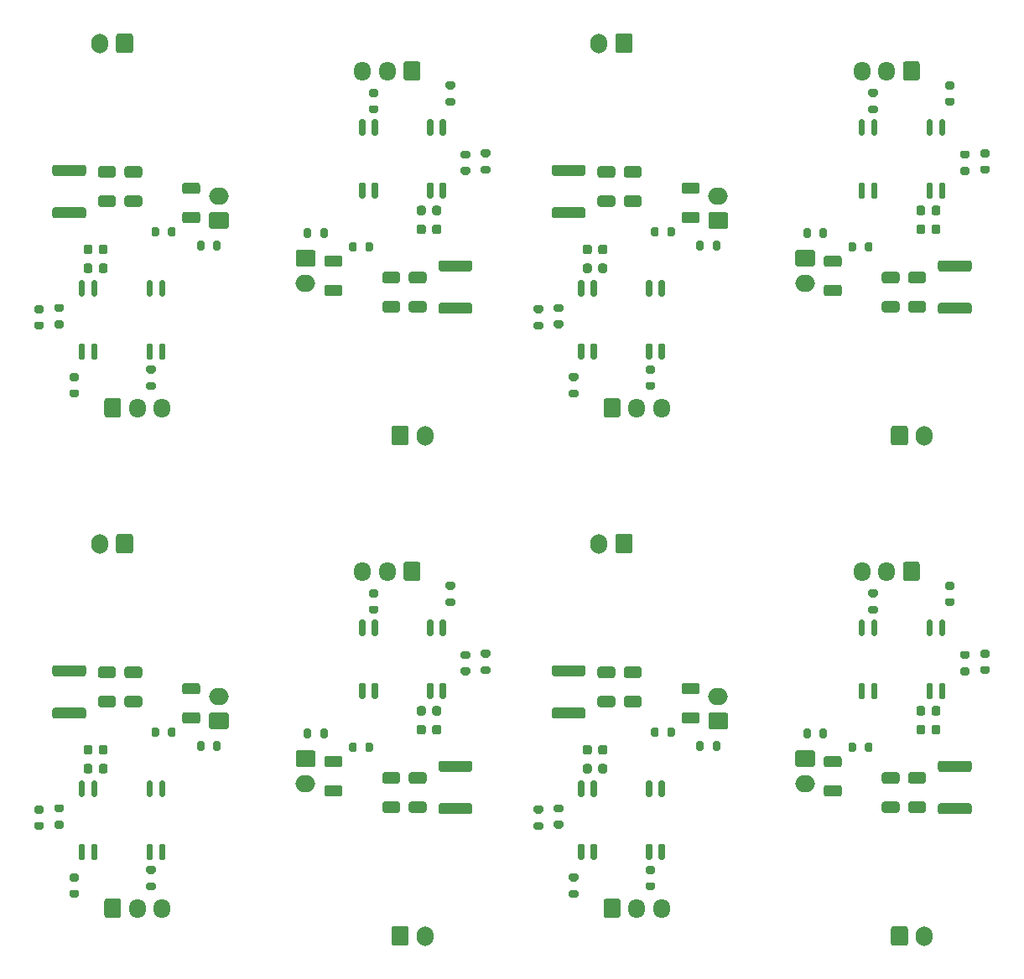
<source format=gbs>
%TF.GenerationSoftware,KiCad,Pcbnew,(5.1.8)-1*%
%TF.CreationDate,2021-06-03T01:22:04+09:00*%
%TF.ProjectId,MiniMD,4d696e69-4d44-42e6-9b69-6361645f7063,rev?*%
%TF.SameCoordinates,Original*%
%TF.FileFunction,Soldermask,Bot*%
%TF.FilePolarity,Negative*%
%FSLAX46Y46*%
G04 Gerber Fmt 4.6, Leading zero omitted, Abs format (unit mm)*
G04 Created by KiCad (PCBNEW (5.1.8)-1) date 2021-06-03 01:22:04*
%MOMM*%
%LPD*%
G01*
G04 APERTURE LIST*
%ADD10O,2.000000X1.700000*%
%ADD11O,1.700000X1.950000*%
%ADD12O,1.700000X2.000000*%
G04 APERTURE END LIST*
%TO.C,R13*%
G36*
G01*
X154834000Y-92538000D02*
X154284000Y-92538000D01*
G75*
G02*
X154084000Y-92338000I0J200000D01*
G01*
X154084000Y-91938000D01*
G75*
G02*
X154284000Y-91738000I200000J0D01*
G01*
X154834000Y-91738000D01*
G75*
G02*
X155034000Y-91938000I0J-200000D01*
G01*
X155034000Y-92338000D01*
G75*
G02*
X154834000Y-92538000I-200000J0D01*
G01*
G37*
G36*
G01*
X154834000Y-90888000D02*
X154284000Y-90888000D01*
G75*
G02*
X154084000Y-90688000I0J200000D01*
G01*
X154084000Y-90288000D01*
G75*
G02*
X154284000Y-90088000I200000J0D01*
G01*
X154834000Y-90088000D01*
G75*
G02*
X155034000Y-90288000I0J-200000D01*
G01*
X155034000Y-90688000D01*
G75*
G02*
X154834000Y-90888000I-200000J0D01*
G01*
G37*
%TD*%
%TO.C,R4*%
G36*
G01*
X158390000Y-99396000D02*
X157840000Y-99396000D01*
G75*
G02*
X157640000Y-99196000I0J200000D01*
G01*
X157640000Y-98796000D01*
G75*
G02*
X157840000Y-98596000I200000J0D01*
G01*
X158390000Y-98596000D01*
G75*
G02*
X158590000Y-98796000I0J-200000D01*
G01*
X158590000Y-99196000D01*
G75*
G02*
X158390000Y-99396000I-200000J0D01*
G01*
G37*
G36*
G01*
X158390000Y-97746000D02*
X157840000Y-97746000D01*
G75*
G02*
X157640000Y-97546000I0J200000D01*
G01*
X157640000Y-97146000D01*
G75*
G02*
X157840000Y-96946000I200000J0D01*
G01*
X158390000Y-96946000D01*
G75*
G02*
X158590000Y-97146000I0J-200000D01*
G01*
X158590000Y-97546000D01*
G75*
G02*
X158390000Y-97746000I-200000J0D01*
G01*
G37*
%TD*%
%TO.C,J1*%
G36*
G01*
X173470000Y-82384000D02*
X171970000Y-82384000D01*
G75*
G02*
X171720000Y-82134000I0J250000D01*
G01*
X171720000Y-80934000D01*
G75*
G02*
X171970000Y-80684000I250000J0D01*
G01*
X173470000Y-80684000D01*
G75*
G02*
X173720000Y-80934000I0J-250000D01*
G01*
X173720000Y-82134000D01*
G75*
G02*
X173470000Y-82384000I-250000J0D01*
G01*
G37*
D10*
X172720000Y-79034000D03*
%TD*%
%TO.C,D1*%
G36*
G01*
X156156999Y-75913000D02*
X159057001Y-75913000D01*
G75*
G02*
X159307000Y-76162999I0J-249999D01*
G01*
X159307000Y-76788001D01*
G75*
G02*
X159057001Y-77038000I-249999J0D01*
G01*
X156156999Y-77038000D01*
G75*
G02*
X155907000Y-76788001I0J249999D01*
G01*
X155907000Y-76162999D01*
G75*
G02*
X156156999Y-75913000I249999J0D01*
G01*
G37*
G36*
G01*
X156156999Y-80188000D02*
X159057001Y-80188000D01*
G75*
G02*
X159307000Y-80437999I0J-249999D01*
G01*
X159307000Y-81063001D01*
G75*
G02*
X159057001Y-81313000I-249999J0D01*
G01*
X156156999Y-81313000D01*
G75*
G02*
X155907000Y-81063001I0J249999D01*
G01*
X155907000Y-80437999D01*
G75*
G02*
X156156999Y-80188000I249999J0D01*
G01*
G37*
%TD*%
%TO.C,J2*%
G36*
G01*
X161150000Y-101179000D02*
X161150000Y-99729000D01*
G75*
G02*
X161400000Y-99479000I250000J0D01*
G01*
X162600000Y-99479000D01*
G75*
G02*
X162850000Y-99729000I0J-250000D01*
G01*
X162850000Y-101179000D01*
G75*
G02*
X162600000Y-101429000I-250000J0D01*
G01*
X161400000Y-101429000D01*
G75*
G02*
X161150000Y-101179000I0J250000D01*
G01*
G37*
D11*
X164500000Y-100454000D03*
X167000000Y-100454000D03*
%TD*%
D12*
%TO.C,J3*%
X193508000Y-103251000D03*
G36*
G01*
X190158000Y-104001000D02*
X190158000Y-102501000D01*
G75*
G02*
X190408000Y-102251000I250000J0D01*
G01*
X191608000Y-102251000D01*
G75*
G02*
X191858000Y-102501000I0J-250000D01*
G01*
X191858000Y-104001000D01*
G75*
G02*
X191608000Y-104251000I-250000J0D01*
G01*
X190408000Y-104251000D01*
G75*
G02*
X190158000Y-104001000I0J250000D01*
G01*
G37*
%TD*%
%TO.C,J3*%
G36*
G01*
X164045000Y-62877000D02*
X164045000Y-64377000D01*
G75*
G02*
X163795000Y-64627000I-250000J0D01*
G01*
X162595000Y-64627000D01*
G75*
G02*
X162345000Y-64377000I0J250000D01*
G01*
X162345000Y-62877000D01*
G75*
G02*
X162595000Y-62627000I250000J0D01*
G01*
X163795000Y-62627000D01*
G75*
G02*
X164045000Y-62877000I0J-250000D01*
G01*
G37*
X160695000Y-63627000D03*
%TD*%
%TO.C,R12*%
G36*
G01*
X156866000Y-92411000D02*
X156316000Y-92411000D01*
G75*
G02*
X156116000Y-92211000I0J200000D01*
G01*
X156116000Y-91811000D01*
G75*
G02*
X156316000Y-91611000I200000J0D01*
G01*
X156866000Y-91611000D01*
G75*
G02*
X157066000Y-91811000I0J-200000D01*
G01*
X157066000Y-92211000D01*
G75*
G02*
X156866000Y-92411000I-200000J0D01*
G01*
G37*
G36*
G01*
X156866000Y-90761000D02*
X156316000Y-90761000D01*
G75*
G02*
X156116000Y-90561000I0J200000D01*
G01*
X156116000Y-90161000D01*
G75*
G02*
X156316000Y-89961000I200000J0D01*
G01*
X156866000Y-89961000D01*
G75*
G02*
X157066000Y-90161000I0J-200000D01*
G01*
X157066000Y-90561000D01*
G75*
G02*
X156866000Y-90761000I-200000J0D01*
G01*
G37*
%TD*%
%TO.C,C5*%
G36*
G01*
X162067001Y-80155000D02*
X160766999Y-80155000D01*
G75*
G02*
X160517000Y-79905001I0J249999D01*
G01*
X160517000Y-79254999D01*
G75*
G02*
X160766999Y-79005000I249999J0D01*
G01*
X162067001Y-79005000D01*
G75*
G02*
X162317000Y-79254999I0J-249999D01*
G01*
X162317000Y-79905001D01*
G75*
G02*
X162067001Y-80155000I-249999J0D01*
G01*
G37*
G36*
G01*
X162067001Y-77205000D02*
X160766999Y-77205000D01*
G75*
G02*
X160517000Y-76955001I0J249999D01*
G01*
X160517000Y-76304999D01*
G75*
G02*
X160766999Y-76055000I249999J0D01*
G01*
X162067001Y-76055000D01*
G75*
G02*
X162317000Y-76304999I0J-249999D01*
G01*
X162317000Y-76955001D01*
G75*
G02*
X162067001Y-77205000I-249999J0D01*
G01*
G37*
%TD*%
%TO.C,C8*%
G36*
G01*
X159049000Y-86610000D02*
X159049000Y-86110000D01*
G75*
G02*
X159274000Y-85885000I225000J0D01*
G01*
X159724000Y-85885000D01*
G75*
G02*
X159949000Y-86110000I0J-225000D01*
G01*
X159949000Y-86610000D01*
G75*
G02*
X159724000Y-86835000I-225000J0D01*
G01*
X159274000Y-86835000D01*
G75*
G02*
X159049000Y-86610000I0J225000D01*
G01*
G37*
G36*
G01*
X160599000Y-86610000D02*
X160599000Y-86110000D01*
G75*
G02*
X160824000Y-85885000I225000J0D01*
G01*
X161274000Y-85885000D01*
G75*
G02*
X161499000Y-86110000I0J-225000D01*
G01*
X161499000Y-86610000D01*
G75*
G02*
X161274000Y-86835000I-225000J0D01*
G01*
X160824000Y-86835000D01*
G75*
G02*
X160599000Y-86610000I0J225000D01*
G01*
G37*
%TD*%
%TO.C,R14*%
G36*
G01*
X165907000Y-82952000D02*
X165907000Y-82402000D01*
G75*
G02*
X166107000Y-82202000I200000J0D01*
G01*
X166507000Y-82202000D01*
G75*
G02*
X166707000Y-82402000I0J-200000D01*
G01*
X166707000Y-82952000D01*
G75*
G02*
X166507000Y-83152000I-200000J0D01*
G01*
X166107000Y-83152000D01*
G75*
G02*
X165907000Y-82952000I0J200000D01*
G01*
G37*
G36*
G01*
X167557000Y-82952000D02*
X167557000Y-82402000D01*
G75*
G02*
X167757000Y-82202000I200000J0D01*
G01*
X168157000Y-82202000D01*
G75*
G02*
X168357000Y-82402000I0J-200000D01*
G01*
X168357000Y-82952000D01*
G75*
G02*
X168157000Y-83152000I-200000J0D01*
G01*
X167757000Y-83152000D01*
G75*
G02*
X167557000Y-82952000I0J200000D01*
G01*
G37*
%TD*%
%TO.C,C6*%
G36*
G01*
X189468999Y-89673000D02*
X190769001Y-89673000D01*
G75*
G02*
X191019000Y-89922999I0J-249999D01*
G01*
X191019000Y-90573001D01*
G75*
G02*
X190769001Y-90823000I-249999J0D01*
G01*
X189468999Y-90823000D01*
G75*
G02*
X189219000Y-90573001I0J249999D01*
G01*
X189219000Y-89922999D01*
G75*
G02*
X189468999Y-89673000I249999J0D01*
G01*
G37*
G36*
G01*
X189468999Y-86723000D02*
X190769001Y-86723000D01*
G75*
G02*
X191019000Y-86972999I0J-249999D01*
G01*
X191019000Y-87623001D01*
G75*
G02*
X190769001Y-87873000I-249999J0D01*
G01*
X189468999Y-87873000D01*
G75*
G02*
X189219000Y-87623001I0J249999D01*
G01*
X189219000Y-86972999D01*
G75*
G02*
X189468999Y-86723000I249999J0D01*
G01*
G37*
%TD*%
%TO.C,U2*%
G36*
G01*
X167155000Y-95567000D02*
X166855000Y-95567000D01*
G75*
G02*
X166705000Y-95417000I0J150000D01*
G01*
X166705000Y-94092000D01*
G75*
G02*
X166855000Y-93942000I150000J0D01*
G01*
X167155000Y-93942000D01*
G75*
G02*
X167305000Y-94092000I0J-150000D01*
G01*
X167305000Y-95417000D01*
G75*
G02*
X167155000Y-95567000I-150000J0D01*
G01*
G37*
G36*
G01*
X165885000Y-95567000D02*
X165585000Y-95567000D01*
G75*
G02*
X165435000Y-95417000I0J150000D01*
G01*
X165435000Y-94092000D01*
G75*
G02*
X165585000Y-93942000I150000J0D01*
G01*
X165885000Y-93942000D01*
G75*
G02*
X166035000Y-94092000I0J-150000D01*
G01*
X166035000Y-95417000D01*
G75*
G02*
X165885000Y-95567000I-150000J0D01*
G01*
G37*
G36*
G01*
X165885000Y-89192000D02*
X165585000Y-89192000D01*
G75*
G02*
X165435000Y-89042000I0J150000D01*
G01*
X165435000Y-87717000D01*
G75*
G02*
X165585000Y-87567000I150000J0D01*
G01*
X165885000Y-87567000D01*
G75*
G02*
X166035000Y-87717000I0J-150000D01*
G01*
X166035000Y-89042000D01*
G75*
G02*
X165885000Y-89192000I-150000J0D01*
G01*
G37*
G36*
G01*
X167155000Y-89192000D02*
X166855000Y-89192000D01*
G75*
G02*
X166705000Y-89042000I0J150000D01*
G01*
X166705000Y-87717000D01*
G75*
G02*
X166855000Y-87567000I150000J0D01*
G01*
X167155000Y-87567000D01*
G75*
G02*
X167305000Y-87717000I0J-150000D01*
G01*
X167305000Y-89042000D01*
G75*
G02*
X167155000Y-89192000I-150000J0D01*
G01*
G37*
%TD*%
%TO.C,R14*%
G36*
G01*
X186646000Y-83926000D02*
X186646000Y-84476000D01*
G75*
G02*
X186446000Y-84676000I-200000J0D01*
G01*
X186046000Y-84676000D01*
G75*
G02*
X185846000Y-84476000I0J200000D01*
G01*
X185846000Y-83926000D01*
G75*
G02*
X186046000Y-83726000I200000J0D01*
G01*
X186446000Y-83726000D01*
G75*
G02*
X186646000Y-83926000I0J-200000D01*
G01*
G37*
G36*
G01*
X188296000Y-83926000D02*
X188296000Y-84476000D01*
G75*
G02*
X188096000Y-84676000I-200000J0D01*
G01*
X187696000Y-84676000D01*
G75*
G02*
X187496000Y-84476000I0J200000D01*
G01*
X187496000Y-83926000D01*
G75*
G02*
X187696000Y-83726000I200000J0D01*
G01*
X188096000Y-83726000D01*
G75*
G02*
X188296000Y-83926000I0J-200000D01*
G01*
G37*
%TD*%
%TO.C,R7*%
G36*
G01*
X166137000Y-98634000D02*
X165587000Y-98634000D01*
G75*
G02*
X165387000Y-98434000I0J200000D01*
G01*
X165387000Y-98034000D01*
G75*
G02*
X165587000Y-97834000I200000J0D01*
G01*
X166137000Y-97834000D01*
G75*
G02*
X166337000Y-98034000I0J-200000D01*
G01*
X166337000Y-98434000D01*
G75*
G02*
X166137000Y-98634000I-200000J0D01*
G01*
G37*
G36*
G01*
X166137000Y-96984000D02*
X165587000Y-96984000D01*
G75*
G02*
X165387000Y-96784000I0J200000D01*
G01*
X165387000Y-96384000D01*
G75*
G02*
X165587000Y-96184000I200000J0D01*
G01*
X166137000Y-96184000D01*
G75*
G02*
X166337000Y-96384000I0J-200000D01*
G01*
X166337000Y-96784000D01*
G75*
G02*
X166137000Y-96984000I-200000J0D01*
G01*
G37*
%TD*%
%TO.C,C2*%
G36*
G01*
X170576001Y-81806000D02*
X169275999Y-81806000D01*
G75*
G02*
X169026000Y-81556001I0J249999D01*
G01*
X169026000Y-80905999D01*
G75*
G02*
X169275999Y-80656000I249999J0D01*
G01*
X170576001Y-80656000D01*
G75*
G02*
X170826000Y-80905999I0J-249999D01*
G01*
X170826000Y-81556001D01*
G75*
G02*
X170576001Y-81806000I-249999J0D01*
G01*
G37*
G36*
G01*
X170576001Y-78856000D02*
X169275999Y-78856000D01*
G75*
G02*
X169026000Y-78606001I0J249999D01*
G01*
X169026000Y-77955999D01*
G75*
G02*
X169275999Y-77706000I249999J0D01*
G01*
X170576001Y-77706000D01*
G75*
G02*
X170826000Y-77955999I0J-249999D01*
G01*
X170826000Y-78606001D01*
G75*
G02*
X170576001Y-78856000I-249999J0D01*
G01*
G37*
%TD*%
%TO.C,R1*%
G36*
G01*
X172929000Y-83799000D02*
X172929000Y-84349000D01*
G75*
G02*
X172729000Y-84549000I-200000J0D01*
G01*
X172329000Y-84549000D01*
G75*
G02*
X172129000Y-84349000I0J200000D01*
G01*
X172129000Y-83799000D01*
G75*
G02*
X172329000Y-83599000I200000J0D01*
G01*
X172729000Y-83599000D01*
G75*
G02*
X172929000Y-83799000I0J-200000D01*
G01*
G37*
G36*
G01*
X171279000Y-83799000D02*
X171279000Y-84349000D01*
G75*
G02*
X171079000Y-84549000I-200000J0D01*
G01*
X170679000Y-84549000D01*
G75*
G02*
X170479000Y-84349000I0J200000D01*
G01*
X170479000Y-83799000D01*
G75*
G02*
X170679000Y-83599000I200000J0D01*
G01*
X171079000Y-83599000D01*
G75*
G02*
X171279000Y-83799000I0J-200000D01*
G01*
G37*
%TD*%
%TO.C,R4*%
G36*
G01*
X195813000Y-69132000D02*
X196363000Y-69132000D01*
G75*
G02*
X196563000Y-69332000I0J-200000D01*
G01*
X196563000Y-69732000D01*
G75*
G02*
X196363000Y-69932000I-200000J0D01*
G01*
X195813000Y-69932000D01*
G75*
G02*
X195613000Y-69732000I0J200000D01*
G01*
X195613000Y-69332000D01*
G75*
G02*
X195813000Y-69132000I200000J0D01*
G01*
G37*
G36*
G01*
X195813000Y-67482000D02*
X196363000Y-67482000D01*
G75*
G02*
X196563000Y-67682000I0J-200000D01*
G01*
X196563000Y-68082000D01*
G75*
G02*
X196363000Y-68282000I-200000J0D01*
G01*
X195813000Y-68282000D01*
G75*
G02*
X195613000Y-68082000I0J200000D01*
G01*
X195613000Y-67682000D01*
G75*
G02*
X195813000Y-67482000I200000J0D01*
G01*
G37*
%TD*%
%TO.C,C6*%
G36*
G01*
X164734001Y-80155000D02*
X163433999Y-80155000D01*
G75*
G02*
X163184000Y-79905001I0J249999D01*
G01*
X163184000Y-79254999D01*
G75*
G02*
X163433999Y-79005000I249999J0D01*
G01*
X164734001Y-79005000D01*
G75*
G02*
X164984000Y-79254999I0J-249999D01*
G01*
X164984000Y-79905001D01*
G75*
G02*
X164734001Y-80155000I-249999J0D01*
G01*
G37*
G36*
G01*
X164734001Y-77205000D02*
X163433999Y-77205000D01*
G75*
G02*
X163184000Y-76955001I0J249999D01*
G01*
X163184000Y-76304999D01*
G75*
G02*
X163433999Y-76055000I249999J0D01*
G01*
X164734001Y-76055000D01*
G75*
G02*
X164984000Y-76304999I0J-249999D01*
G01*
X164984000Y-76955001D01*
G75*
G02*
X164734001Y-77205000I-249999J0D01*
G01*
G37*
%TD*%
%TO.C,C7*%
G36*
G01*
X161499000Y-84205000D02*
X161499000Y-84705000D01*
G75*
G02*
X161274000Y-84930000I-225000J0D01*
G01*
X160824000Y-84930000D01*
G75*
G02*
X160599000Y-84705000I0J225000D01*
G01*
X160599000Y-84205000D01*
G75*
G02*
X160824000Y-83980000I225000J0D01*
G01*
X161274000Y-83980000D01*
G75*
G02*
X161499000Y-84205000I0J-225000D01*
G01*
G37*
G36*
G01*
X159949000Y-84205000D02*
X159949000Y-84705000D01*
G75*
G02*
X159724000Y-84930000I-225000J0D01*
G01*
X159274000Y-84930000D01*
G75*
G02*
X159049000Y-84705000I0J225000D01*
G01*
X159049000Y-84205000D01*
G75*
G02*
X159274000Y-83980000I225000J0D01*
G01*
X159724000Y-83980000D01*
G75*
G02*
X159949000Y-84205000I0J-225000D01*
G01*
G37*
%TD*%
%TO.C,D1*%
G36*
G01*
X198046001Y-86690000D02*
X195145999Y-86690000D01*
G75*
G02*
X194896000Y-86440001I0J249999D01*
G01*
X194896000Y-85814999D01*
G75*
G02*
X195145999Y-85565000I249999J0D01*
G01*
X198046001Y-85565000D01*
G75*
G02*
X198296000Y-85814999I0J-249999D01*
G01*
X198296000Y-86440001D01*
G75*
G02*
X198046001Y-86690000I-249999J0D01*
G01*
G37*
G36*
G01*
X198046001Y-90965000D02*
X195145999Y-90965000D01*
G75*
G02*
X194896000Y-90715001I0J249999D01*
G01*
X194896000Y-90089999D01*
G75*
G02*
X195145999Y-89840000I249999J0D01*
G01*
X198046001Y-89840000D01*
G75*
G02*
X198296000Y-90089999I0J-249999D01*
G01*
X198296000Y-90715001D01*
G75*
G02*
X198046001Y-90965000I-249999J0D01*
G01*
G37*
%TD*%
%TO.C,U1*%
G36*
G01*
X193906000Y-77686000D02*
X194206000Y-77686000D01*
G75*
G02*
X194356000Y-77836000I0J-150000D01*
G01*
X194356000Y-79161000D01*
G75*
G02*
X194206000Y-79311000I-150000J0D01*
G01*
X193906000Y-79311000D01*
G75*
G02*
X193756000Y-79161000I0J150000D01*
G01*
X193756000Y-77836000D01*
G75*
G02*
X193906000Y-77686000I150000J0D01*
G01*
G37*
G36*
G01*
X195176000Y-77686000D02*
X195476000Y-77686000D01*
G75*
G02*
X195626000Y-77836000I0J-150000D01*
G01*
X195626000Y-79161000D01*
G75*
G02*
X195476000Y-79311000I-150000J0D01*
G01*
X195176000Y-79311000D01*
G75*
G02*
X195026000Y-79161000I0J150000D01*
G01*
X195026000Y-77836000D01*
G75*
G02*
X195176000Y-77686000I150000J0D01*
G01*
G37*
G36*
G01*
X195176000Y-71311000D02*
X195476000Y-71311000D01*
G75*
G02*
X195626000Y-71461000I0J-150000D01*
G01*
X195626000Y-72786000D01*
G75*
G02*
X195476000Y-72936000I-150000J0D01*
G01*
X195176000Y-72936000D01*
G75*
G02*
X195026000Y-72786000I0J150000D01*
G01*
X195026000Y-71461000D01*
G75*
G02*
X195176000Y-71311000I150000J0D01*
G01*
G37*
G36*
G01*
X193906000Y-71311000D02*
X194206000Y-71311000D01*
G75*
G02*
X194356000Y-71461000I0J-150000D01*
G01*
X194356000Y-72786000D01*
G75*
G02*
X194206000Y-72936000I-150000J0D01*
G01*
X193906000Y-72936000D01*
G75*
G02*
X193756000Y-72786000I0J150000D01*
G01*
X193756000Y-71461000D01*
G75*
G02*
X193906000Y-71311000I150000J0D01*
G01*
G37*
%TD*%
%TO.C,C5*%
G36*
G01*
X192135999Y-89673000D02*
X193436001Y-89673000D01*
G75*
G02*
X193686000Y-89922999I0J-249999D01*
G01*
X193686000Y-90573001D01*
G75*
G02*
X193436001Y-90823000I-249999J0D01*
G01*
X192135999Y-90823000D01*
G75*
G02*
X191886000Y-90573001I0J249999D01*
G01*
X191886000Y-89922999D01*
G75*
G02*
X192135999Y-89673000I249999J0D01*
G01*
G37*
G36*
G01*
X192135999Y-86723000D02*
X193436001Y-86723000D01*
G75*
G02*
X193686000Y-86972999I0J-249999D01*
G01*
X193686000Y-87623001D01*
G75*
G02*
X193436001Y-87873000I-249999J0D01*
G01*
X192135999Y-87873000D01*
G75*
G02*
X191886000Y-87623001I0J249999D01*
G01*
X191886000Y-86972999D01*
G75*
G02*
X192135999Y-86723000I249999J0D01*
G01*
G37*
%TD*%
%TO.C,U1*%
G36*
G01*
X160297000Y-95567000D02*
X159997000Y-95567000D01*
G75*
G02*
X159847000Y-95417000I0J150000D01*
G01*
X159847000Y-94092000D01*
G75*
G02*
X159997000Y-93942000I150000J0D01*
G01*
X160297000Y-93942000D01*
G75*
G02*
X160447000Y-94092000I0J-150000D01*
G01*
X160447000Y-95417000D01*
G75*
G02*
X160297000Y-95567000I-150000J0D01*
G01*
G37*
G36*
G01*
X159027000Y-95567000D02*
X158727000Y-95567000D01*
G75*
G02*
X158577000Y-95417000I0J150000D01*
G01*
X158577000Y-94092000D01*
G75*
G02*
X158727000Y-93942000I150000J0D01*
G01*
X159027000Y-93942000D01*
G75*
G02*
X159177000Y-94092000I0J-150000D01*
G01*
X159177000Y-95417000D01*
G75*
G02*
X159027000Y-95567000I-150000J0D01*
G01*
G37*
G36*
G01*
X159027000Y-89192000D02*
X158727000Y-89192000D01*
G75*
G02*
X158577000Y-89042000I0J150000D01*
G01*
X158577000Y-87717000D01*
G75*
G02*
X158727000Y-87567000I150000J0D01*
G01*
X159027000Y-87567000D01*
G75*
G02*
X159177000Y-87717000I0J-150000D01*
G01*
X159177000Y-89042000D01*
G75*
G02*
X159027000Y-89192000I-150000J0D01*
G01*
G37*
G36*
G01*
X160297000Y-89192000D02*
X159997000Y-89192000D01*
G75*
G02*
X159847000Y-89042000I0J150000D01*
G01*
X159847000Y-87717000D01*
G75*
G02*
X159997000Y-87567000I150000J0D01*
G01*
X160297000Y-87567000D01*
G75*
G02*
X160447000Y-87717000I0J-150000D01*
G01*
X160447000Y-89042000D01*
G75*
G02*
X160297000Y-89192000I-150000J0D01*
G01*
G37*
%TD*%
%TO.C,C7*%
G36*
G01*
X194254000Y-82673000D02*
X194254000Y-82173000D01*
G75*
G02*
X194479000Y-81948000I225000J0D01*
G01*
X194929000Y-81948000D01*
G75*
G02*
X195154000Y-82173000I0J-225000D01*
G01*
X195154000Y-82673000D01*
G75*
G02*
X194929000Y-82898000I-225000J0D01*
G01*
X194479000Y-82898000D01*
G75*
G02*
X194254000Y-82673000I0J225000D01*
G01*
G37*
G36*
G01*
X192704000Y-82673000D02*
X192704000Y-82173000D01*
G75*
G02*
X192929000Y-81948000I225000J0D01*
G01*
X193379000Y-81948000D01*
G75*
G02*
X193604000Y-82173000I0J-225000D01*
G01*
X193604000Y-82673000D01*
G75*
G02*
X193379000Y-82898000I-225000J0D01*
G01*
X192929000Y-82898000D01*
G75*
G02*
X192704000Y-82673000I0J225000D01*
G01*
G37*
%TD*%
D10*
%TO.C,J1*%
X181483000Y-87844000D03*
G36*
G01*
X180733000Y-84494000D02*
X182233000Y-84494000D01*
G75*
G02*
X182483000Y-84744000I0J-250000D01*
G01*
X182483000Y-85944000D01*
G75*
G02*
X182233000Y-86194000I-250000J0D01*
G01*
X180733000Y-86194000D01*
G75*
G02*
X180483000Y-85944000I0J250000D01*
G01*
X180483000Y-84744000D01*
G75*
G02*
X180733000Y-84494000I250000J0D01*
G01*
G37*
%TD*%
%TO.C,R12*%
G36*
G01*
X197337000Y-76117000D02*
X197887000Y-76117000D01*
G75*
G02*
X198087000Y-76317000I0J-200000D01*
G01*
X198087000Y-76717000D01*
G75*
G02*
X197887000Y-76917000I-200000J0D01*
G01*
X197337000Y-76917000D01*
G75*
G02*
X197137000Y-76717000I0J200000D01*
G01*
X197137000Y-76317000D01*
G75*
G02*
X197337000Y-76117000I200000J0D01*
G01*
G37*
G36*
G01*
X197337000Y-74467000D02*
X197887000Y-74467000D01*
G75*
G02*
X198087000Y-74667000I0J-200000D01*
G01*
X198087000Y-75067000D01*
G75*
G02*
X197887000Y-75267000I-200000J0D01*
G01*
X197337000Y-75267000D01*
G75*
G02*
X197137000Y-75067000I0J200000D01*
G01*
X197137000Y-74667000D01*
G75*
G02*
X197337000Y-74467000I200000J0D01*
G01*
G37*
%TD*%
%TO.C,R1*%
G36*
G01*
X182924000Y-83079000D02*
X182924000Y-82529000D01*
G75*
G02*
X183124000Y-82329000I200000J0D01*
G01*
X183524000Y-82329000D01*
G75*
G02*
X183724000Y-82529000I0J-200000D01*
G01*
X183724000Y-83079000D01*
G75*
G02*
X183524000Y-83279000I-200000J0D01*
G01*
X183124000Y-83279000D01*
G75*
G02*
X182924000Y-83079000I0J200000D01*
G01*
G37*
G36*
G01*
X181274000Y-83079000D02*
X181274000Y-82529000D01*
G75*
G02*
X181474000Y-82329000I200000J0D01*
G01*
X181874000Y-82329000D01*
G75*
G02*
X182074000Y-82529000I0J-200000D01*
G01*
X182074000Y-83079000D01*
G75*
G02*
X181874000Y-83279000I-200000J0D01*
G01*
X181474000Y-83279000D01*
G75*
G02*
X181274000Y-83079000I0J200000D01*
G01*
G37*
%TD*%
D11*
%TO.C,J2*%
X187203000Y-66424000D03*
X189703000Y-66424000D03*
G36*
G01*
X193053000Y-65699000D02*
X193053000Y-67149000D01*
G75*
G02*
X192803000Y-67399000I-250000J0D01*
G01*
X191603000Y-67399000D01*
G75*
G02*
X191353000Y-67149000I0J250000D01*
G01*
X191353000Y-65699000D01*
G75*
G02*
X191603000Y-65449000I250000J0D01*
G01*
X192803000Y-65449000D01*
G75*
G02*
X193053000Y-65699000I0J-250000D01*
G01*
G37*
%TD*%
%TO.C,C8*%
G36*
G01*
X193604000Y-80268000D02*
X193604000Y-80768000D01*
G75*
G02*
X193379000Y-80993000I-225000J0D01*
G01*
X192929000Y-80993000D01*
G75*
G02*
X192704000Y-80768000I0J225000D01*
G01*
X192704000Y-80268000D01*
G75*
G02*
X192929000Y-80043000I225000J0D01*
G01*
X193379000Y-80043000D01*
G75*
G02*
X193604000Y-80268000I0J-225000D01*
G01*
G37*
G36*
G01*
X195154000Y-80268000D02*
X195154000Y-80768000D01*
G75*
G02*
X194929000Y-80993000I-225000J0D01*
G01*
X194479000Y-80993000D01*
G75*
G02*
X194254000Y-80768000I0J225000D01*
G01*
X194254000Y-80268000D01*
G75*
G02*
X194479000Y-80043000I225000J0D01*
G01*
X194929000Y-80043000D01*
G75*
G02*
X195154000Y-80268000I0J-225000D01*
G01*
G37*
%TD*%
%TO.C,R13*%
G36*
G01*
X199369000Y-75990000D02*
X199919000Y-75990000D01*
G75*
G02*
X200119000Y-76190000I0J-200000D01*
G01*
X200119000Y-76590000D01*
G75*
G02*
X199919000Y-76790000I-200000J0D01*
G01*
X199369000Y-76790000D01*
G75*
G02*
X199169000Y-76590000I0J200000D01*
G01*
X199169000Y-76190000D01*
G75*
G02*
X199369000Y-75990000I200000J0D01*
G01*
G37*
G36*
G01*
X199369000Y-74340000D02*
X199919000Y-74340000D01*
G75*
G02*
X200119000Y-74540000I0J-200000D01*
G01*
X200119000Y-74940000D01*
G75*
G02*
X199919000Y-75140000I-200000J0D01*
G01*
X199369000Y-75140000D01*
G75*
G02*
X199169000Y-74940000I0J200000D01*
G01*
X199169000Y-74540000D01*
G75*
G02*
X199369000Y-74340000I200000J0D01*
G01*
G37*
%TD*%
%TO.C,C2*%
G36*
G01*
X183626999Y-88022000D02*
X184927001Y-88022000D01*
G75*
G02*
X185177000Y-88271999I0J-249999D01*
G01*
X185177000Y-88922001D01*
G75*
G02*
X184927001Y-89172000I-249999J0D01*
G01*
X183626999Y-89172000D01*
G75*
G02*
X183377000Y-88922001I0J249999D01*
G01*
X183377000Y-88271999D01*
G75*
G02*
X183626999Y-88022000I249999J0D01*
G01*
G37*
G36*
G01*
X183626999Y-85072000D02*
X184927001Y-85072000D01*
G75*
G02*
X185177000Y-85321999I0J-249999D01*
G01*
X185177000Y-85972001D01*
G75*
G02*
X184927001Y-86222000I-249999J0D01*
G01*
X183626999Y-86222000D01*
G75*
G02*
X183377000Y-85972001I0J249999D01*
G01*
X183377000Y-85321999D01*
G75*
G02*
X183626999Y-85072000I249999J0D01*
G01*
G37*
%TD*%
%TO.C,R7*%
G36*
G01*
X188066000Y-69894000D02*
X188616000Y-69894000D01*
G75*
G02*
X188816000Y-70094000I0J-200000D01*
G01*
X188816000Y-70494000D01*
G75*
G02*
X188616000Y-70694000I-200000J0D01*
G01*
X188066000Y-70694000D01*
G75*
G02*
X187866000Y-70494000I0J200000D01*
G01*
X187866000Y-70094000D01*
G75*
G02*
X188066000Y-69894000I200000J0D01*
G01*
G37*
G36*
G01*
X188066000Y-68244000D02*
X188616000Y-68244000D01*
G75*
G02*
X188816000Y-68444000I0J-200000D01*
G01*
X188816000Y-68844000D01*
G75*
G02*
X188616000Y-69044000I-200000J0D01*
G01*
X188066000Y-69044000D01*
G75*
G02*
X187866000Y-68844000I0J200000D01*
G01*
X187866000Y-68444000D01*
G75*
G02*
X188066000Y-68244000I200000J0D01*
G01*
G37*
%TD*%
%TO.C,U2*%
G36*
G01*
X187048000Y-77686000D02*
X187348000Y-77686000D01*
G75*
G02*
X187498000Y-77836000I0J-150000D01*
G01*
X187498000Y-79161000D01*
G75*
G02*
X187348000Y-79311000I-150000J0D01*
G01*
X187048000Y-79311000D01*
G75*
G02*
X186898000Y-79161000I0J150000D01*
G01*
X186898000Y-77836000D01*
G75*
G02*
X187048000Y-77686000I150000J0D01*
G01*
G37*
G36*
G01*
X188318000Y-77686000D02*
X188618000Y-77686000D01*
G75*
G02*
X188768000Y-77836000I0J-150000D01*
G01*
X188768000Y-79161000D01*
G75*
G02*
X188618000Y-79311000I-150000J0D01*
G01*
X188318000Y-79311000D01*
G75*
G02*
X188168000Y-79161000I0J150000D01*
G01*
X188168000Y-77836000D01*
G75*
G02*
X188318000Y-77686000I150000J0D01*
G01*
G37*
G36*
G01*
X188318000Y-71311000D02*
X188618000Y-71311000D01*
G75*
G02*
X188768000Y-71461000I0J-150000D01*
G01*
X188768000Y-72786000D01*
G75*
G02*
X188618000Y-72936000I-150000J0D01*
G01*
X188318000Y-72936000D01*
G75*
G02*
X188168000Y-72786000I0J150000D01*
G01*
X188168000Y-71461000D01*
G75*
G02*
X188318000Y-71311000I150000J0D01*
G01*
G37*
G36*
G01*
X187048000Y-71311000D02*
X187348000Y-71311000D01*
G75*
G02*
X187498000Y-71461000I0J-150000D01*
G01*
X187498000Y-72786000D01*
G75*
G02*
X187348000Y-72936000I-150000J0D01*
G01*
X187048000Y-72936000D01*
G75*
G02*
X186898000Y-72786000I0J150000D01*
G01*
X186898000Y-71461000D01*
G75*
G02*
X187048000Y-71311000I150000J0D01*
G01*
G37*
%TD*%
%TO.C,R4*%
G36*
G01*
X208809000Y-97746000D02*
X208259000Y-97746000D01*
G75*
G02*
X208059000Y-97546000I0J200000D01*
G01*
X208059000Y-97146000D01*
G75*
G02*
X208259000Y-96946000I200000J0D01*
G01*
X208809000Y-96946000D01*
G75*
G02*
X209009000Y-97146000I0J-200000D01*
G01*
X209009000Y-97546000D01*
G75*
G02*
X208809000Y-97746000I-200000J0D01*
G01*
G37*
G36*
G01*
X208809000Y-99396000D02*
X208259000Y-99396000D01*
G75*
G02*
X208059000Y-99196000I0J200000D01*
G01*
X208059000Y-98796000D01*
G75*
G02*
X208259000Y-98596000I200000J0D01*
G01*
X208809000Y-98596000D01*
G75*
G02*
X209009000Y-98796000I0J-200000D01*
G01*
X209009000Y-99196000D01*
G75*
G02*
X208809000Y-99396000I-200000J0D01*
G01*
G37*
%TD*%
%TO.C,C8*%
G36*
G01*
X211018000Y-86610000D02*
X211018000Y-86110000D01*
G75*
G02*
X211243000Y-85885000I225000J0D01*
G01*
X211693000Y-85885000D01*
G75*
G02*
X211918000Y-86110000I0J-225000D01*
G01*
X211918000Y-86610000D01*
G75*
G02*
X211693000Y-86835000I-225000J0D01*
G01*
X211243000Y-86835000D01*
G75*
G02*
X211018000Y-86610000I0J225000D01*
G01*
G37*
G36*
G01*
X209468000Y-86610000D02*
X209468000Y-86110000D01*
G75*
G02*
X209693000Y-85885000I225000J0D01*
G01*
X210143000Y-85885000D01*
G75*
G02*
X210368000Y-86110000I0J-225000D01*
G01*
X210368000Y-86610000D01*
G75*
G02*
X210143000Y-86835000I-225000J0D01*
G01*
X209693000Y-86835000D01*
G75*
G02*
X209468000Y-86610000I0J225000D01*
G01*
G37*
%TD*%
%TO.C,R14*%
G36*
G01*
X217976000Y-82952000D02*
X217976000Y-82402000D01*
G75*
G02*
X218176000Y-82202000I200000J0D01*
G01*
X218576000Y-82202000D01*
G75*
G02*
X218776000Y-82402000I0J-200000D01*
G01*
X218776000Y-82952000D01*
G75*
G02*
X218576000Y-83152000I-200000J0D01*
G01*
X218176000Y-83152000D01*
G75*
G02*
X217976000Y-82952000I0J200000D01*
G01*
G37*
G36*
G01*
X216326000Y-82952000D02*
X216326000Y-82402000D01*
G75*
G02*
X216526000Y-82202000I200000J0D01*
G01*
X216926000Y-82202000D01*
G75*
G02*
X217126000Y-82402000I0J-200000D01*
G01*
X217126000Y-82952000D01*
G75*
G02*
X216926000Y-83152000I-200000J0D01*
G01*
X216526000Y-83152000D01*
G75*
G02*
X216326000Y-82952000I0J200000D01*
G01*
G37*
%TD*%
%TO.C,R13*%
G36*
G01*
X205253000Y-90888000D02*
X204703000Y-90888000D01*
G75*
G02*
X204503000Y-90688000I0J200000D01*
G01*
X204503000Y-90288000D01*
G75*
G02*
X204703000Y-90088000I200000J0D01*
G01*
X205253000Y-90088000D01*
G75*
G02*
X205453000Y-90288000I0J-200000D01*
G01*
X205453000Y-90688000D01*
G75*
G02*
X205253000Y-90888000I-200000J0D01*
G01*
G37*
G36*
G01*
X205253000Y-92538000D02*
X204703000Y-92538000D01*
G75*
G02*
X204503000Y-92338000I0J200000D01*
G01*
X204503000Y-91938000D01*
G75*
G02*
X204703000Y-91738000I200000J0D01*
G01*
X205253000Y-91738000D01*
G75*
G02*
X205453000Y-91938000I0J-200000D01*
G01*
X205453000Y-92338000D01*
G75*
G02*
X205253000Y-92538000I-200000J0D01*
G01*
G37*
%TD*%
%TO.C,U2*%
G36*
G01*
X217574000Y-89192000D02*
X217274000Y-89192000D01*
G75*
G02*
X217124000Y-89042000I0J150000D01*
G01*
X217124000Y-87717000D01*
G75*
G02*
X217274000Y-87567000I150000J0D01*
G01*
X217574000Y-87567000D01*
G75*
G02*
X217724000Y-87717000I0J-150000D01*
G01*
X217724000Y-89042000D01*
G75*
G02*
X217574000Y-89192000I-150000J0D01*
G01*
G37*
G36*
G01*
X216304000Y-89192000D02*
X216004000Y-89192000D01*
G75*
G02*
X215854000Y-89042000I0J150000D01*
G01*
X215854000Y-87717000D01*
G75*
G02*
X216004000Y-87567000I150000J0D01*
G01*
X216304000Y-87567000D01*
G75*
G02*
X216454000Y-87717000I0J-150000D01*
G01*
X216454000Y-89042000D01*
G75*
G02*
X216304000Y-89192000I-150000J0D01*
G01*
G37*
G36*
G01*
X216304000Y-95567000D02*
X216004000Y-95567000D01*
G75*
G02*
X215854000Y-95417000I0J150000D01*
G01*
X215854000Y-94092000D01*
G75*
G02*
X216004000Y-93942000I150000J0D01*
G01*
X216304000Y-93942000D01*
G75*
G02*
X216454000Y-94092000I0J-150000D01*
G01*
X216454000Y-95417000D01*
G75*
G02*
X216304000Y-95567000I-150000J0D01*
G01*
G37*
G36*
G01*
X217574000Y-95567000D02*
X217274000Y-95567000D01*
G75*
G02*
X217124000Y-95417000I0J150000D01*
G01*
X217124000Y-94092000D01*
G75*
G02*
X217274000Y-93942000I150000J0D01*
G01*
X217574000Y-93942000D01*
G75*
G02*
X217724000Y-94092000I0J-150000D01*
G01*
X217724000Y-95417000D01*
G75*
G02*
X217574000Y-95567000I-150000J0D01*
G01*
G37*
%TD*%
D10*
%TO.C,J1*%
X223139000Y-79034000D03*
G36*
G01*
X223889000Y-82384000D02*
X222389000Y-82384000D01*
G75*
G02*
X222139000Y-82134000I0J250000D01*
G01*
X222139000Y-80934000D01*
G75*
G02*
X222389000Y-80684000I250000J0D01*
G01*
X223889000Y-80684000D01*
G75*
G02*
X224139000Y-80934000I0J-250000D01*
G01*
X224139000Y-82134000D01*
G75*
G02*
X223889000Y-82384000I-250000J0D01*
G01*
G37*
%TD*%
D12*
%TO.C,J3*%
X211114000Y-63627000D03*
G36*
G01*
X214464000Y-62877000D02*
X214464000Y-64377000D01*
G75*
G02*
X214214000Y-64627000I-250000J0D01*
G01*
X213014000Y-64627000D01*
G75*
G02*
X212764000Y-64377000I0J250000D01*
G01*
X212764000Y-62877000D01*
G75*
G02*
X213014000Y-62627000I250000J0D01*
G01*
X214214000Y-62627000D01*
G75*
G02*
X214464000Y-62877000I0J-250000D01*
G01*
G37*
%TD*%
%TO.C,R12*%
G36*
G01*
X207285000Y-90761000D02*
X206735000Y-90761000D01*
G75*
G02*
X206535000Y-90561000I0J200000D01*
G01*
X206535000Y-90161000D01*
G75*
G02*
X206735000Y-89961000I200000J0D01*
G01*
X207285000Y-89961000D01*
G75*
G02*
X207485000Y-90161000I0J-200000D01*
G01*
X207485000Y-90561000D01*
G75*
G02*
X207285000Y-90761000I-200000J0D01*
G01*
G37*
G36*
G01*
X207285000Y-92411000D02*
X206735000Y-92411000D01*
G75*
G02*
X206535000Y-92211000I0J200000D01*
G01*
X206535000Y-91811000D01*
G75*
G02*
X206735000Y-91611000I200000J0D01*
G01*
X207285000Y-91611000D01*
G75*
G02*
X207485000Y-91811000I0J-200000D01*
G01*
X207485000Y-92211000D01*
G75*
G02*
X207285000Y-92411000I-200000J0D01*
G01*
G37*
%TD*%
%TO.C,R1*%
G36*
G01*
X221698000Y-83799000D02*
X221698000Y-84349000D01*
G75*
G02*
X221498000Y-84549000I-200000J0D01*
G01*
X221098000Y-84549000D01*
G75*
G02*
X220898000Y-84349000I0J200000D01*
G01*
X220898000Y-83799000D01*
G75*
G02*
X221098000Y-83599000I200000J0D01*
G01*
X221498000Y-83599000D01*
G75*
G02*
X221698000Y-83799000I0J-200000D01*
G01*
G37*
G36*
G01*
X223348000Y-83799000D02*
X223348000Y-84349000D01*
G75*
G02*
X223148000Y-84549000I-200000J0D01*
G01*
X222748000Y-84549000D01*
G75*
G02*
X222548000Y-84349000I0J200000D01*
G01*
X222548000Y-83799000D01*
G75*
G02*
X222748000Y-83599000I200000J0D01*
G01*
X223148000Y-83599000D01*
G75*
G02*
X223348000Y-83799000I0J-200000D01*
G01*
G37*
%TD*%
%TO.C,C5*%
G36*
G01*
X212486001Y-77205000D02*
X211185999Y-77205000D01*
G75*
G02*
X210936000Y-76955001I0J249999D01*
G01*
X210936000Y-76304999D01*
G75*
G02*
X211185999Y-76055000I249999J0D01*
G01*
X212486001Y-76055000D01*
G75*
G02*
X212736000Y-76304999I0J-249999D01*
G01*
X212736000Y-76955001D01*
G75*
G02*
X212486001Y-77205000I-249999J0D01*
G01*
G37*
G36*
G01*
X212486001Y-80155000D02*
X211185999Y-80155000D01*
G75*
G02*
X210936000Y-79905001I0J249999D01*
G01*
X210936000Y-79254999D01*
G75*
G02*
X211185999Y-79005000I249999J0D01*
G01*
X212486001Y-79005000D01*
G75*
G02*
X212736000Y-79254999I0J-249999D01*
G01*
X212736000Y-79905001D01*
G75*
G02*
X212486001Y-80155000I-249999J0D01*
G01*
G37*
%TD*%
%TO.C,R7*%
G36*
G01*
X216556000Y-96984000D02*
X216006000Y-96984000D01*
G75*
G02*
X215806000Y-96784000I0J200000D01*
G01*
X215806000Y-96384000D01*
G75*
G02*
X216006000Y-96184000I200000J0D01*
G01*
X216556000Y-96184000D01*
G75*
G02*
X216756000Y-96384000I0J-200000D01*
G01*
X216756000Y-96784000D01*
G75*
G02*
X216556000Y-96984000I-200000J0D01*
G01*
G37*
G36*
G01*
X216556000Y-98634000D02*
X216006000Y-98634000D01*
G75*
G02*
X215806000Y-98434000I0J200000D01*
G01*
X215806000Y-98034000D01*
G75*
G02*
X216006000Y-97834000I200000J0D01*
G01*
X216556000Y-97834000D01*
G75*
G02*
X216756000Y-98034000I0J-200000D01*
G01*
X216756000Y-98434000D01*
G75*
G02*
X216556000Y-98634000I-200000J0D01*
G01*
G37*
%TD*%
%TO.C,C2*%
G36*
G01*
X220995001Y-78856000D02*
X219694999Y-78856000D01*
G75*
G02*
X219445000Y-78606001I0J249999D01*
G01*
X219445000Y-77955999D01*
G75*
G02*
X219694999Y-77706000I249999J0D01*
G01*
X220995001Y-77706000D01*
G75*
G02*
X221245000Y-77955999I0J-249999D01*
G01*
X221245000Y-78606001D01*
G75*
G02*
X220995001Y-78856000I-249999J0D01*
G01*
G37*
G36*
G01*
X220995001Y-81806000D02*
X219694999Y-81806000D01*
G75*
G02*
X219445000Y-81556001I0J249999D01*
G01*
X219445000Y-80905999D01*
G75*
G02*
X219694999Y-80656000I249999J0D01*
G01*
X220995001Y-80656000D01*
G75*
G02*
X221245000Y-80905999I0J-249999D01*
G01*
X221245000Y-81556001D01*
G75*
G02*
X220995001Y-81806000I-249999J0D01*
G01*
G37*
%TD*%
%TO.C,C7*%
G36*
G01*
X210368000Y-84205000D02*
X210368000Y-84705000D01*
G75*
G02*
X210143000Y-84930000I-225000J0D01*
G01*
X209693000Y-84930000D01*
G75*
G02*
X209468000Y-84705000I0J225000D01*
G01*
X209468000Y-84205000D01*
G75*
G02*
X209693000Y-83980000I225000J0D01*
G01*
X210143000Y-83980000D01*
G75*
G02*
X210368000Y-84205000I0J-225000D01*
G01*
G37*
G36*
G01*
X211918000Y-84205000D02*
X211918000Y-84705000D01*
G75*
G02*
X211693000Y-84930000I-225000J0D01*
G01*
X211243000Y-84930000D01*
G75*
G02*
X211018000Y-84705000I0J225000D01*
G01*
X211018000Y-84205000D01*
G75*
G02*
X211243000Y-83980000I225000J0D01*
G01*
X211693000Y-83980000D01*
G75*
G02*
X211918000Y-84205000I0J-225000D01*
G01*
G37*
%TD*%
D11*
%TO.C,J2*%
X217419000Y-100454000D03*
X214919000Y-100454000D03*
G36*
G01*
X211569000Y-101179000D02*
X211569000Y-99729000D01*
G75*
G02*
X211819000Y-99479000I250000J0D01*
G01*
X213019000Y-99479000D01*
G75*
G02*
X213269000Y-99729000I0J-250000D01*
G01*
X213269000Y-101179000D01*
G75*
G02*
X213019000Y-101429000I-250000J0D01*
G01*
X211819000Y-101429000D01*
G75*
G02*
X211569000Y-101179000I0J250000D01*
G01*
G37*
%TD*%
%TO.C,R4*%
G36*
G01*
X246232000Y-67482000D02*
X246782000Y-67482000D01*
G75*
G02*
X246982000Y-67682000I0J-200000D01*
G01*
X246982000Y-68082000D01*
G75*
G02*
X246782000Y-68282000I-200000J0D01*
G01*
X246232000Y-68282000D01*
G75*
G02*
X246032000Y-68082000I0J200000D01*
G01*
X246032000Y-67682000D01*
G75*
G02*
X246232000Y-67482000I200000J0D01*
G01*
G37*
G36*
G01*
X246232000Y-69132000D02*
X246782000Y-69132000D01*
G75*
G02*
X246982000Y-69332000I0J-200000D01*
G01*
X246982000Y-69732000D01*
G75*
G02*
X246782000Y-69932000I-200000J0D01*
G01*
X246232000Y-69932000D01*
G75*
G02*
X246032000Y-69732000I0J200000D01*
G01*
X246032000Y-69332000D01*
G75*
G02*
X246232000Y-69132000I200000J0D01*
G01*
G37*
%TD*%
%TO.C,D1*%
G36*
G01*
X206575999Y-80188000D02*
X209476001Y-80188000D01*
G75*
G02*
X209726000Y-80437999I0J-249999D01*
G01*
X209726000Y-81063001D01*
G75*
G02*
X209476001Y-81313000I-249999J0D01*
G01*
X206575999Y-81313000D01*
G75*
G02*
X206326000Y-81063001I0J249999D01*
G01*
X206326000Y-80437999D01*
G75*
G02*
X206575999Y-80188000I249999J0D01*
G01*
G37*
G36*
G01*
X206575999Y-75913000D02*
X209476001Y-75913000D01*
G75*
G02*
X209726000Y-76162999I0J-249999D01*
G01*
X209726000Y-76788001D01*
G75*
G02*
X209476001Y-77038000I-249999J0D01*
G01*
X206575999Y-77038000D01*
G75*
G02*
X206326000Y-76788001I0J249999D01*
G01*
X206326000Y-76162999D01*
G75*
G02*
X206575999Y-75913000I249999J0D01*
G01*
G37*
%TD*%
%TO.C,C6*%
G36*
G01*
X239887999Y-86723000D02*
X241188001Y-86723000D01*
G75*
G02*
X241438000Y-86972999I0J-249999D01*
G01*
X241438000Y-87623001D01*
G75*
G02*
X241188001Y-87873000I-249999J0D01*
G01*
X239887999Y-87873000D01*
G75*
G02*
X239638000Y-87623001I0J249999D01*
G01*
X239638000Y-86972999D01*
G75*
G02*
X239887999Y-86723000I249999J0D01*
G01*
G37*
G36*
G01*
X239887999Y-89673000D02*
X241188001Y-89673000D01*
G75*
G02*
X241438000Y-89922999I0J-249999D01*
G01*
X241438000Y-90573001D01*
G75*
G02*
X241188001Y-90823000I-249999J0D01*
G01*
X239887999Y-90823000D01*
G75*
G02*
X239638000Y-90573001I0J249999D01*
G01*
X239638000Y-89922999D01*
G75*
G02*
X239887999Y-89673000I249999J0D01*
G01*
G37*
%TD*%
%TO.C,C6*%
G36*
G01*
X215153001Y-77205000D02*
X213852999Y-77205000D01*
G75*
G02*
X213603000Y-76955001I0J249999D01*
G01*
X213603000Y-76304999D01*
G75*
G02*
X213852999Y-76055000I249999J0D01*
G01*
X215153001Y-76055000D01*
G75*
G02*
X215403000Y-76304999I0J-249999D01*
G01*
X215403000Y-76955001D01*
G75*
G02*
X215153001Y-77205000I-249999J0D01*
G01*
G37*
G36*
G01*
X215153001Y-80155000D02*
X213852999Y-80155000D01*
G75*
G02*
X213603000Y-79905001I0J249999D01*
G01*
X213603000Y-79254999D01*
G75*
G02*
X213852999Y-79005000I249999J0D01*
G01*
X215153001Y-79005000D01*
G75*
G02*
X215403000Y-79254999I0J-249999D01*
G01*
X215403000Y-79905001D01*
G75*
G02*
X215153001Y-80155000I-249999J0D01*
G01*
G37*
%TD*%
%TO.C,R14*%
G36*
G01*
X238715000Y-83926000D02*
X238715000Y-84476000D01*
G75*
G02*
X238515000Y-84676000I-200000J0D01*
G01*
X238115000Y-84676000D01*
G75*
G02*
X237915000Y-84476000I0J200000D01*
G01*
X237915000Y-83926000D01*
G75*
G02*
X238115000Y-83726000I200000J0D01*
G01*
X238515000Y-83726000D01*
G75*
G02*
X238715000Y-83926000I0J-200000D01*
G01*
G37*
G36*
G01*
X237065000Y-83926000D02*
X237065000Y-84476000D01*
G75*
G02*
X236865000Y-84676000I-200000J0D01*
G01*
X236465000Y-84676000D01*
G75*
G02*
X236265000Y-84476000I0J200000D01*
G01*
X236265000Y-83926000D01*
G75*
G02*
X236465000Y-83726000I200000J0D01*
G01*
X236865000Y-83726000D01*
G75*
G02*
X237065000Y-83926000I0J-200000D01*
G01*
G37*
%TD*%
%TO.C,J3*%
G36*
G01*
X240577000Y-104001000D02*
X240577000Y-102501000D01*
G75*
G02*
X240827000Y-102251000I250000J0D01*
G01*
X242027000Y-102251000D01*
G75*
G02*
X242277000Y-102501000I0J-250000D01*
G01*
X242277000Y-104001000D01*
G75*
G02*
X242027000Y-104251000I-250000J0D01*
G01*
X240827000Y-104251000D01*
G75*
G02*
X240577000Y-104001000I0J250000D01*
G01*
G37*
D12*
X243927000Y-103251000D03*
%TD*%
%TO.C,D1*%
G36*
G01*
X248465001Y-90965000D02*
X245564999Y-90965000D01*
G75*
G02*
X245315000Y-90715001I0J249999D01*
G01*
X245315000Y-90089999D01*
G75*
G02*
X245564999Y-89840000I249999J0D01*
G01*
X248465001Y-89840000D01*
G75*
G02*
X248715000Y-90089999I0J-249999D01*
G01*
X248715000Y-90715001D01*
G75*
G02*
X248465001Y-90965000I-249999J0D01*
G01*
G37*
G36*
G01*
X248465001Y-86690000D02*
X245564999Y-86690000D01*
G75*
G02*
X245315000Y-86440001I0J249999D01*
G01*
X245315000Y-85814999D01*
G75*
G02*
X245564999Y-85565000I249999J0D01*
G01*
X248465001Y-85565000D01*
G75*
G02*
X248715000Y-85814999I0J-249999D01*
G01*
X248715000Y-86440001D01*
G75*
G02*
X248465001Y-86690000I-249999J0D01*
G01*
G37*
%TD*%
%TO.C,U1*%
G36*
G01*
X244325000Y-71311000D02*
X244625000Y-71311000D01*
G75*
G02*
X244775000Y-71461000I0J-150000D01*
G01*
X244775000Y-72786000D01*
G75*
G02*
X244625000Y-72936000I-150000J0D01*
G01*
X244325000Y-72936000D01*
G75*
G02*
X244175000Y-72786000I0J150000D01*
G01*
X244175000Y-71461000D01*
G75*
G02*
X244325000Y-71311000I150000J0D01*
G01*
G37*
G36*
G01*
X245595000Y-71311000D02*
X245895000Y-71311000D01*
G75*
G02*
X246045000Y-71461000I0J-150000D01*
G01*
X246045000Y-72786000D01*
G75*
G02*
X245895000Y-72936000I-150000J0D01*
G01*
X245595000Y-72936000D01*
G75*
G02*
X245445000Y-72786000I0J150000D01*
G01*
X245445000Y-71461000D01*
G75*
G02*
X245595000Y-71311000I150000J0D01*
G01*
G37*
G36*
G01*
X245595000Y-77686000D02*
X245895000Y-77686000D01*
G75*
G02*
X246045000Y-77836000I0J-150000D01*
G01*
X246045000Y-79161000D01*
G75*
G02*
X245895000Y-79311000I-150000J0D01*
G01*
X245595000Y-79311000D01*
G75*
G02*
X245445000Y-79161000I0J150000D01*
G01*
X245445000Y-77836000D01*
G75*
G02*
X245595000Y-77686000I150000J0D01*
G01*
G37*
G36*
G01*
X244325000Y-77686000D02*
X244625000Y-77686000D01*
G75*
G02*
X244775000Y-77836000I0J-150000D01*
G01*
X244775000Y-79161000D01*
G75*
G02*
X244625000Y-79311000I-150000J0D01*
G01*
X244325000Y-79311000D01*
G75*
G02*
X244175000Y-79161000I0J150000D01*
G01*
X244175000Y-77836000D01*
G75*
G02*
X244325000Y-77686000I150000J0D01*
G01*
G37*
%TD*%
%TO.C,C7*%
G36*
G01*
X243123000Y-82673000D02*
X243123000Y-82173000D01*
G75*
G02*
X243348000Y-81948000I225000J0D01*
G01*
X243798000Y-81948000D01*
G75*
G02*
X244023000Y-82173000I0J-225000D01*
G01*
X244023000Y-82673000D01*
G75*
G02*
X243798000Y-82898000I-225000J0D01*
G01*
X243348000Y-82898000D01*
G75*
G02*
X243123000Y-82673000I0J225000D01*
G01*
G37*
G36*
G01*
X244673000Y-82673000D02*
X244673000Y-82173000D01*
G75*
G02*
X244898000Y-81948000I225000J0D01*
G01*
X245348000Y-81948000D01*
G75*
G02*
X245573000Y-82173000I0J-225000D01*
G01*
X245573000Y-82673000D01*
G75*
G02*
X245348000Y-82898000I-225000J0D01*
G01*
X244898000Y-82898000D01*
G75*
G02*
X244673000Y-82673000I0J225000D01*
G01*
G37*
%TD*%
%TO.C,C5*%
G36*
G01*
X242554999Y-86723000D02*
X243855001Y-86723000D01*
G75*
G02*
X244105000Y-86972999I0J-249999D01*
G01*
X244105000Y-87623001D01*
G75*
G02*
X243855001Y-87873000I-249999J0D01*
G01*
X242554999Y-87873000D01*
G75*
G02*
X242305000Y-87623001I0J249999D01*
G01*
X242305000Y-86972999D01*
G75*
G02*
X242554999Y-86723000I249999J0D01*
G01*
G37*
G36*
G01*
X242554999Y-89673000D02*
X243855001Y-89673000D01*
G75*
G02*
X244105000Y-89922999I0J-249999D01*
G01*
X244105000Y-90573001D01*
G75*
G02*
X243855001Y-90823000I-249999J0D01*
G01*
X242554999Y-90823000D01*
G75*
G02*
X242305000Y-90573001I0J249999D01*
G01*
X242305000Y-89922999D01*
G75*
G02*
X242554999Y-89673000I249999J0D01*
G01*
G37*
%TD*%
%TO.C,U1*%
G36*
G01*
X210716000Y-89192000D02*
X210416000Y-89192000D01*
G75*
G02*
X210266000Y-89042000I0J150000D01*
G01*
X210266000Y-87717000D01*
G75*
G02*
X210416000Y-87567000I150000J0D01*
G01*
X210716000Y-87567000D01*
G75*
G02*
X210866000Y-87717000I0J-150000D01*
G01*
X210866000Y-89042000D01*
G75*
G02*
X210716000Y-89192000I-150000J0D01*
G01*
G37*
G36*
G01*
X209446000Y-89192000D02*
X209146000Y-89192000D01*
G75*
G02*
X208996000Y-89042000I0J150000D01*
G01*
X208996000Y-87717000D01*
G75*
G02*
X209146000Y-87567000I150000J0D01*
G01*
X209446000Y-87567000D01*
G75*
G02*
X209596000Y-87717000I0J-150000D01*
G01*
X209596000Y-89042000D01*
G75*
G02*
X209446000Y-89192000I-150000J0D01*
G01*
G37*
G36*
G01*
X209446000Y-95567000D02*
X209146000Y-95567000D01*
G75*
G02*
X208996000Y-95417000I0J150000D01*
G01*
X208996000Y-94092000D01*
G75*
G02*
X209146000Y-93942000I150000J0D01*
G01*
X209446000Y-93942000D01*
G75*
G02*
X209596000Y-94092000I0J-150000D01*
G01*
X209596000Y-95417000D01*
G75*
G02*
X209446000Y-95567000I-150000J0D01*
G01*
G37*
G36*
G01*
X210716000Y-95567000D02*
X210416000Y-95567000D01*
G75*
G02*
X210266000Y-95417000I0J150000D01*
G01*
X210266000Y-94092000D01*
G75*
G02*
X210416000Y-93942000I150000J0D01*
G01*
X210716000Y-93942000D01*
G75*
G02*
X210866000Y-94092000I0J-150000D01*
G01*
X210866000Y-95417000D01*
G75*
G02*
X210716000Y-95567000I-150000J0D01*
G01*
G37*
%TD*%
%TO.C,J1*%
G36*
G01*
X231152000Y-84494000D02*
X232652000Y-84494000D01*
G75*
G02*
X232902000Y-84744000I0J-250000D01*
G01*
X232902000Y-85944000D01*
G75*
G02*
X232652000Y-86194000I-250000J0D01*
G01*
X231152000Y-86194000D01*
G75*
G02*
X230902000Y-85944000I0J250000D01*
G01*
X230902000Y-84744000D01*
G75*
G02*
X231152000Y-84494000I250000J0D01*
G01*
G37*
D10*
X231902000Y-87844000D03*
%TD*%
%TO.C,R7*%
G36*
G01*
X238485000Y-68244000D02*
X239035000Y-68244000D01*
G75*
G02*
X239235000Y-68444000I0J-200000D01*
G01*
X239235000Y-68844000D01*
G75*
G02*
X239035000Y-69044000I-200000J0D01*
G01*
X238485000Y-69044000D01*
G75*
G02*
X238285000Y-68844000I0J200000D01*
G01*
X238285000Y-68444000D01*
G75*
G02*
X238485000Y-68244000I200000J0D01*
G01*
G37*
G36*
G01*
X238485000Y-69894000D02*
X239035000Y-69894000D01*
G75*
G02*
X239235000Y-70094000I0J-200000D01*
G01*
X239235000Y-70494000D01*
G75*
G02*
X239035000Y-70694000I-200000J0D01*
G01*
X238485000Y-70694000D01*
G75*
G02*
X238285000Y-70494000I0J200000D01*
G01*
X238285000Y-70094000D01*
G75*
G02*
X238485000Y-69894000I200000J0D01*
G01*
G37*
%TD*%
%TO.C,R12*%
G36*
G01*
X247756000Y-74467000D02*
X248306000Y-74467000D01*
G75*
G02*
X248506000Y-74667000I0J-200000D01*
G01*
X248506000Y-75067000D01*
G75*
G02*
X248306000Y-75267000I-200000J0D01*
G01*
X247756000Y-75267000D01*
G75*
G02*
X247556000Y-75067000I0J200000D01*
G01*
X247556000Y-74667000D01*
G75*
G02*
X247756000Y-74467000I200000J0D01*
G01*
G37*
G36*
G01*
X247756000Y-76117000D02*
X248306000Y-76117000D01*
G75*
G02*
X248506000Y-76317000I0J-200000D01*
G01*
X248506000Y-76717000D01*
G75*
G02*
X248306000Y-76917000I-200000J0D01*
G01*
X247756000Y-76917000D01*
G75*
G02*
X247556000Y-76717000I0J200000D01*
G01*
X247556000Y-76317000D01*
G75*
G02*
X247756000Y-76117000I200000J0D01*
G01*
G37*
%TD*%
%TO.C,U2*%
G36*
G01*
X237467000Y-71311000D02*
X237767000Y-71311000D01*
G75*
G02*
X237917000Y-71461000I0J-150000D01*
G01*
X237917000Y-72786000D01*
G75*
G02*
X237767000Y-72936000I-150000J0D01*
G01*
X237467000Y-72936000D01*
G75*
G02*
X237317000Y-72786000I0J150000D01*
G01*
X237317000Y-71461000D01*
G75*
G02*
X237467000Y-71311000I150000J0D01*
G01*
G37*
G36*
G01*
X238737000Y-71311000D02*
X239037000Y-71311000D01*
G75*
G02*
X239187000Y-71461000I0J-150000D01*
G01*
X239187000Y-72786000D01*
G75*
G02*
X239037000Y-72936000I-150000J0D01*
G01*
X238737000Y-72936000D01*
G75*
G02*
X238587000Y-72786000I0J150000D01*
G01*
X238587000Y-71461000D01*
G75*
G02*
X238737000Y-71311000I150000J0D01*
G01*
G37*
G36*
G01*
X238737000Y-77686000D02*
X239037000Y-77686000D01*
G75*
G02*
X239187000Y-77836000I0J-150000D01*
G01*
X239187000Y-79161000D01*
G75*
G02*
X239037000Y-79311000I-150000J0D01*
G01*
X238737000Y-79311000D01*
G75*
G02*
X238587000Y-79161000I0J150000D01*
G01*
X238587000Y-77836000D01*
G75*
G02*
X238737000Y-77686000I150000J0D01*
G01*
G37*
G36*
G01*
X237467000Y-77686000D02*
X237767000Y-77686000D01*
G75*
G02*
X237917000Y-77836000I0J-150000D01*
G01*
X237917000Y-79161000D01*
G75*
G02*
X237767000Y-79311000I-150000J0D01*
G01*
X237467000Y-79311000D01*
G75*
G02*
X237317000Y-79161000I0J150000D01*
G01*
X237317000Y-77836000D01*
G75*
G02*
X237467000Y-77686000I150000J0D01*
G01*
G37*
%TD*%
%TO.C,R1*%
G36*
G01*
X231693000Y-83079000D02*
X231693000Y-82529000D01*
G75*
G02*
X231893000Y-82329000I200000J0D01*
G01*
X232293000Y-82329000D01*
G75*
G02*
X232493000Y-82529000I0J-200000D01*
G01*
X232493000Y-83079000D01*
G75*
G02*
X232293000Y-83279000I-200000J0D01*
G01*
X231893000Y-83279000D01*
G75*
G02*
X231693000Y-83079000I0J200000D01*
G01*
G37*
G36*
G01*
X233343000Y-83079000D02*
X233343000Y-82529000D01*
G75*
G02*
X233543000Y-82329000I200000J0D01*
G01*
X233943000Y-82329000D01*
G75*
G02*
X234143000Y-82529000I0J-200000D01*
G01*
X234143000Y-83079000D01*
G75*
G02*
X233943000Y-83279000I-200000J0D01*
G01*
X233543000Y-83279000D01*
G75*
G02*
X233343000Y-83079000I0J200000D01*
G01*
G37*
%TD*%
%TO.C,C8*%
G36*
G01*
X245573000Y-80268000D02*
X245573000Y-80768000D01*
G75*
G02*
X245348000Y-80993000I-225000J0D01*
G01*
X244898000Y-80993000D01*
G75*
G02*
X244673000Y-80768000I0J225000D01*
G01*
X244673000Y-80268000D01*
G75*
G02*
X244898000Y-80043000I225000J0D01*
G01*
X245348000Y-80043000D01*
G75*
G02*
X245573000Y-80268000I0J-225000D01*
G01*
G37*
G36*
G01*
X244023000Y-80268000D02*
X244023000Y-80768000D01*
G75*
G02*
X243798000Y-80993000I-225000J0D01*
G01*
X243348000Y-80993000D01*
G75*
G02*
X243123000Y-80768000I0J225000D01*
G01*
X243123000Y-80268000D01*
G75*
G02*
X243348000Y-80043000I225000J0D01*
G01*
X243798000Y-80043000D01*
G75*
G02*
X244023000Y-80268000I0J-225000D01*
G01*
G37*
%TD*%
%TO.C,R13*%
G36*
G01*
X249788000Y-74340000D02*
X250338000Y-74340000D01*
G75*
G02*
X250538000Y-74540000I0J-200000D01*
G01*
X250538000Y-74940000D01*
G75*
G02*
X250338000Y-75140000I-200000J0D01*
G01*
X249788000Y-75140000D01*
G75*
G02*
X249588000Y-74940000I0J200000D01*
G01*
X249588000Y-74540000D01*
G75*
G02*
X249788000Y-74340000I200000J0D01*
G01*
G37*
G36*
G01*
X249788000Y-75990000D02*
X250338000Y-75990000D01*
G75*
G02*
X250538000Y-76190000I0J-200000D01*
G01*
X250538000Y-76590000D01*
G75*
G02*
X250338000Y-76790000I-200000J0D01*
G01*
X249788000Y-76790000D01*
G75*
G02*
X249588000Y-76590000I0J200000D01*
G01*
X249588000Y-76190000D01*
G75*
G02*
X249788000Y-75990000I200000J0D01*
G01*
G37*
%TD*%
%TO.C,J2*%
G36*
G01*
X243472000Y-65699000D02*
X243472000Y-67149000D01*
G75*
G02*
X243222000Y-67399000I-250000J0D01*
G01*
X242022000Y-67399000D01*
G75*
G02*
X241772000Y-67149000I0J250000D01*
G01*
X241772000Y-65699000D01*
G75*
G02*
X242022000Y-65449000I250000J0D01*
G01*
X243222000Y-65449000D01*
G75*
G02*
X243472000Y-65699000I0J-250000D01*
G01*
G37*
D11*
X240122000Y-66424000D03*
X237622000Y-66424000D03*
%TD*%
%TO.C,C2*%
G36*
G01*
X234045999Y-85072000D02*
X235346001Y-85072000D01*
G75*
G02*
X235596000Y-85321999I0J-249999D01*
G01*
X235596000Y-85972001D01*
G75*
G02*
X235346001Y-86222000I-249999J0D01*
G01*
X234045999Y-86222000D01*
G75*
G02*
X233796000Y-85972001I0J249999D01*
G01*
X233796000Y-85321999D01*
G75*
G02*
X234045999Y-85072000I249999J0D01*
G01*
G37*
G36*
G01*
X234045999Y-88022000D02*
X235346001Y-88022000D01*
G75*
G02*
X235596000Y-88271999I0J-249999D01*
G01*
X235596000Y-88922001D01*
G75*
G02*
X235346001Y-89172000I-249999J0D01*
G01*
X234045999Y-89172000D01*
G75*
G02*
X233796000Y-88922001I0J249999D01*
G01*
X233796000Y-88271999D01*
G75*
G02*
X234045999Y-88022000I249999J0D01*
G01*
G37*
%TD*%
%TO.C,J2*%
G36*
G01*
X211569000Y-151725000D02*
X211569000Y-150275000D01*
G75*
G02*
X211819000Y-150025000I250000J0D01*
G01*
X213019000Y-150025000D01*
G75*
G02*
X213269000Y-150275000I0J-250000D01*
G01*
X213269000Y-151725000D01*
G75*
G02*
X213019000Y-151975000I-250000J0D01*
G01*
X211819000Y-151975000D01*
G75*
G02*
X211569000Y-151725000I0J250000D01*
G01*
G37*
X214919000Y-151000000D03*
X217419000Y-151000000D03*
%TD*%
%TO.C,J1*%
G36*
G01*
X223889000Y-132930000D02*
X222389000Y-132930000D01*
G75*
G02*
X222139000Y-132680000I0J250000D01*
G01*
X222139000Y-131480000D01*
G75*
G02*
X222389000Y-131230000I250000J0D01*
G01*
X223889000Y-131230000D01*
G75*
G02*
X224139000Y-131480000I0J-250000D01*
G01*
X224139000Y-132680000D01*
G75*
G02*
X223889000Y-132930000I-250000J0D01*
G01*
G37*
D10*
X223139000Y-129580000D03*
%TD*%
%TO.C,U2*%
G36*
G01*
X217574000Y-146113000D02*
X217274000Y-146113000D01*
G75*
G02*
X217124000Y-145963000I0J150000D01*
G01*
X217124000Y-144638000D01*
G75*
G02*
X217274000Y-144488000I150000J0D01*
G01*
X217574000Y-144488000D01*
G75*
G02*
X217724000Y-144638000I0J-150000D01*
G01*
X217724000Y-145963000D01*
G75*
G02*
X217574000Y-146113000I-150000J0D01*
G01*
G37*
G36*
G01*
X216304000Y-146113000D02*
X216004000Y-146113000D01*
G75*
G02*
X215854000Y-145963000I0J150000D01*
G01*
X215854000Y-144638000D01*
G75*
G02*
X216004000Y-144488000I150000J0D01*
G01*
X216304000Y-144488000D01*
G75*
G02*
X216454000Y-144638000I0J-150000D01*
G01*
X216454000Y-145963000D01*
G75*
G02*
X216304000Y-146113000I-150000J0D01*
G01*
G37*
G36*
G01*
X216304000Y-139738000D02*
X216004000Y-139738000D01*
G75*
G02*
X215854000Y-139588000I0J150000D01*
G01*
X215854000Y-138263000D01*
G75*
G02*
X216004000Y-138113000I150000J0D01*
G01*
X216304000Y-138113000D01*
G75*
G02*
X216454000Y-138263000I0J-150000D01*
G01*
X216454000Y-139588000D01*
G75*
G02*
X216304000Y-139738000I-150000J0D01*
G01*
G37*
G36*
G01*
X217574000Y-139738000D02*
X217274000Y-139738000D01*
G75*
G02*
X217124000Y-139588000I0J150000D01*
G01*
X217124000Y-138263000D01*
G75*
G02*
X217274000Y-138113000I150000J0D01*
G01*
X217574000Y-138113000D01*
G75*
G02*
X217724000Y-138263000I0J-150000D01*
G01*
X217724000Y-139588000D01*
G75*
G02*
X217574000Y-139738000I-150000J0D01*
G01*
G37*
%TD*%
%TO.C,R13*%
G36*
G01*
X205253000Y-143084000D02*
X204703000Y-143084000D01*
G75*
G02*
X204503000Y-142884000I0J200000D01*
G01*
X204503000Y-142484000D01*
G75*
G02*
X204703000Y-142284000I200000J0D01*
G01*
X205253000Y-142284000D01*
G75*
G02*
X205453000Y-142484000I0J-200000D01*
G01*
X205453000Y-142884000D01*
G75*
G02*
X205253000Y-143084000I-200000J0D01*
G01*
G37*
G36*
G01*
X205253000Y-141434000D02*
X204703000Y-141434000D01*
G75*
G02*
X204503000Y-141234000I0J200000D01*
G01*
X204503000Y-140834000D01*
G75*
G02*
X204703000Y-140634000I200000J0D01*
G01*
X205253000Y-140634000D01*
G75*
G02*
X205453000Y-140834000I0J-200000D01*
G01*
X205453000Y-141234000D01*
G75*
G02*
X205253000Y-141434000I-200000J0D01*
G01*
G37*
%TD*%
%TO.C,C2*%
G36*
G01*
X220995001Y-132352000D02*
X219694999Y-132352000D01*
G75*
G02*
X219445000Y-132102001I0J249999D01*
G01*
X219445000Y-131451999D01*
G75*
G02*
X219694999Y-131202000I249999J0D01*
G01*
X220995001Y-131202000D01*
G75*
G02*
X221245000Y-131451999I0J-249999D01*
G01*
X221245000Y-132102001D01*
G75*
G02*
X220995001Y-132352000I-249999J0D01*
G01*
G37*
G36*
G01*
X220995001Y-129402000D02*
X219694999Y-129402000D01*
G75*
G02*
X219445000Y-129152001I0J249999D01*
G01*
X219445000Y-128501999D01*
G75*
G02*
X219694999Y-128252000I249999J0D01*
G01*
X220995001Y-128252000D01*
G75*
G02*
X221245000Y-128501999I0J-249999D01*
G01*
X221245000Y-129152001D01*
G75*
G02*
X220995001Y-129402000I-249999J0D01*
G01*
G37*
%TD*%
%TO.C,R1*%
G36*
G01*
X223348000Y-134345000D02*
X223348000Y-134895000D01*
G75*
G02*
X223148000Y-135095000I-200000J0D01*
G01*
X222748000Y-135095000D01*
G75*
G02*
X222548000Y-134895000I0J200000D01*
G01*
X222548000Y-134345000D01*
G75*
G02*
X222748000Y-134145000I200000J0D01*
G01*
X223148000Y-134145000D01*
G75*
G02*
X223348000Y-134345000I0J-200000D01*
G01*
G37*
G36*
G01*
X221698000Y-134345000D02*
X221698000Y-134895000D01*
G75*
G02*
X221498000Y-135095000I-200000J0D01*
G01*
X221098000Y-135095000D01*
G75*
G02*
X220898000Y-134895000I0J200000D01*
G01*
X220898000Y-134345000D01*
G75*
G02*
X221098000Y-134145000I200000J0D01*
G01*
X221498000Y-134145000D01*
G75*
G02*
X221698000Y-134345000I0J-200000D01*
G01*
G37*
%TD*%
%TO.C,R7*%
G36*
G01*
X216556000Y-149180000D02*
X216006000Y-149180000D01*
G75*
G02*
X215806000Y-148980000I0J200000D01*
G01*
X215806000Y-148580000D01*
G75*
G02*
X216006000Y-148380000I200000J0D01*
G01*
X216556000Y-148380000D01*
G75*
G02*
X216756000Y-148580000I0J-200000D01*
G01*
X216756000Y-148980000D01*
G75*
G02*
X216556000Y-149180000I-200000J0D01*
G01*
G37*
G36*
G01*
X216556000Y-147530000D02*
X216006000Y-147530000D01*
G75*
G02*
X215806000Y-147330000I0J200000D01*
G01*
X215806000Y-146930000D01*
G75*
G02*
X216006000Y-146730000I200000J0D01*
G01*
X216556000Y-146730000D01*
G75*
G02*
X216756000Y-146930000I0J-200000D01*
G01*
X216756000Y-147330000D01*
G75*
G02*
X216556000Y-147530000I-200000J0D01*
G01*
G37*
%TD*%
%TO.C,R12*%
G36*
G01*
X207285000Y-142957000D02*
X206735000Y-142957000D01*
G75*
G02*
X206535000Y-142757000I0J200000D01*
G01*
X206535000Y-142357000D01*
G75*
G02*
X206735000Y-142157000I200000J0D01*
G01*
X207285000Y-142157000D01*
G75*
G02*
X207485000Y-142357000I0J-200000D01*
G01*
X207485000Y-142757000D01*
G75*
G02*
X207285000Y-142957000I-200000J0D01*
G01*
G37*
G36*
G01*
X207285000Y-141307000D02*
X206735000Y-141307000D01*
G75*
G02*
X206535000Y-141107000I0J200000D01*
G01*
X206535000Y-140707000D01*
G75*
G02*
X206735000Y-140507000I200000J0D01*
G01*
X207285000Y-140507000D01*
G75*
G02*
X207485000Y-140707000I0J-200000D01*
G01*
X207485000Y-141107000D01*
G75*
G02*
X207285000Y-141307000I-200000J0D01*
G01*
G37*
%TD*%
%TO.C,R4*%
G36*
G01*
X208809000Y-149942000D02*
X208259000Y-149942000D01*
G75*
G02*
X208059000Y-149742000I0J200000D01*
G01*
X208059000Y-149342000D01*
G75*
G02*
X208259000Y-149142000I200000J0D01*
G01*
X208809000Y-149142000D01*
G75*
G02*
X209009000Y-149342000I0J-200000D01*
G01*
X209009000Y-149742000D01*
G75*
G02*
X208809000Y-149942000I-200000J0D01*
G01*
G37*
G36*
G01*
X208809000Y-148292000D02*
X208259000Y-148292000D01*
G75*
G02*
X208059000Y-148092000I0J200000D01*
G01*
X208059000Y-147692000D01*
G75*
G02*
X208259000Y-147492000I200000J0D01*
G01*
X208809000Y-147492000D01*
G75*
G02*
X209009000Y-147692000I0J-200000D01*
G01*
X209009000Y-148092000D01*
G75*
G02*
X208809000Y-148292000I-200000J0D01*
G01*
G37*
%TD*%
%TO.C,C7*%
G36*
G01*
X211918000Y-134751000D02*
X211918000Y-135251000D01*
G75*
G02*
X211693000Y-135476000I-225000J0D01*
G01*
X211243000Y-135476000D01*
G75*
G02*
X211018000Y-135251000I0J225000D01*
G01*
X211018000Y-134751000D01*
G75*
G02*
X211243000Y-134526000I225000J0D01*
G01*
X211693000Y-134526000D01*
G75*
G02*
X211918000Y-134751000I0J-225000D01*
G01*
G37*
G36*
G01*
X210368000Y-134751000D02*
X210368000Y-135251000D01*
G75*
G02*
X210143000Y-135476000I-225000J0D01*
G01*
X209693000Y-135476000D01*
G75*
G02*
X209468000Y-135251000I0J225000D01*
G01*
X209468000Y-134751000D01*
G75*
G02*
X209693000Y-134526000I225000J0D01*
G01*
X210143000Y-134526000D01*
G75*
G02*
X210368000Y-134751000I0J-225000D01*
G01*
G37*
%TD*%
%TO.C,C8*%
G36*
G01*
X209468000Y-137156000D02*
X209468000Y-136656000D01*
G75*
G02*
X209693000Y-136431000I225000J0D01*
G01*
X210143000Y-136431000D01*
G75*
G02*
X210368000Y-136656000I0J-225000D01*
G01*
X210368000Y-137156000D01*
G75*
G02*
X210143000Y-137381000I-225000J0D01*
G01*
X209693000Y-137381000D01*
G75*
G02*
X209468000Y-137156000I0J225000D01*
G01*
G37*
G36*
G01*
X211018000Y-137156000D02*
X211018000Y-136656000D01*
G75*
G02*
X211243000Y-136431000I225000J0D01*
G01*
X211693000Y-136431000D01*
G75*
G02*
X211918000Y-136656000I0J-225000D01*
G01*
X211918000Y-137156000D01*
G75*
G02*
X211693000Y-137381000I-225000J0D01*
G01*
X211243000Y-137381000D01*
G75*
G02*
X211018000Y-137156000I0J225000D01*
G01*
G37*
%TD*%
%TO.C,R14*%
G36*
G01*
X216326000Y-133498000D02*
X216326000Y-132948000D01*
G75*
G02*
X216526000Y-132748000I200000J0D01*
G01*
X216926000Y-132748000D01*
G75*
G02*
X217126000Y-132948000I0J-200000D01*
G01*
X217126000Y-133498000D01*
G75*
G02*
X216926000Y-133698000I-200000J0D01*
G01*
X216526000Y-133698000D01*
G75*
G02*
X216326000Y-133498000I0J200000D01*
G01*
G37*
G36*
G01*
X217976000Y-133498000D02*
X217976000Y-132948000D01*
G75*
G02*
X218176000Y-132748000I200000J0D01*
G01*
X218576000Y-132748000D01*
G75*
G02*
X218776000Y-132948000I0J-200000D01*
G01*
X218776000Y-133498000D01*
G75*
G02*
X218576000Y-133698000I-200000J0D01*
G01*
X218176000Y-133698000D01*
G75*
G02*
X217976000Y-133498000I0J200000D01*
G01*
G37*
%TD*%
%TO.C,J3*%
G36*
G01*
X214464000Y-113423000D02*
X214464000Y-114923000D01*
G75*
G02*
X214214000Y-115173000I-250000J0D01*
G01*
X213014000Y-115173000D01*
G75*
G02*
X212764000Y-114923000I0J250000D01*
G01*
X212764000Y-113423000D01*
G75*
G02*
X213014000Y-113173000I250000J0D01*
G01*
X214214000Y-113173000D01*
G75*
G02*
X214464000Y-113423000I0J-250000D01*
G01*
G37*
D12*
X211114000Y-114173000D03*
%TD*%
%TO.C,C5*%
G36*
G01*
X212486001Y-130701000D02*
X211185999Y-130701000D01*
G75*
G02*
X210936000Y-130451001I0J249999D01*
G01*
X210936000Y-129800999D01*
G75*
G02*
X211185999Y-129551000I249999J0D01*
G01*
X212486001Y-129551000D01*
G75*
G02*
X212736000Y-129800999I0J-249999D01*
G01*
X212736000Y-130451001D01*
G75*
G02*
X212486001Y-130701000I-249999J0D01*
G01*
G37*
G36*
G01*
X212486001Y-127751000D02*
X211185999Y-127751000D01*
G75*
G02*
X210936000Y-127501001I0J249999D01*
G01*
X210936000Y-126850999D01*
G75*
G02*
X211185999Y-126601000I249999J0D01*
G01*
X212486001Y-126601000D01*
G75*
G02*
X212736000Y-126850999I0J-249999D01*
G01*
X212736000Y-127501001D01*
G75*
G02*
X212486001Y-127751000I-249999J0D01*
G01*
G37*
%TD*%
%TO.C,C6*%
G36*
G01*
X215153001Y-130701000D02*
X213852999Y-130701000D01*
G75*
G02*
X213603000Y-130451001I0J249999D01*
G01*
X213603000Y-129800999D01*
G75*
G02*
X213852999Y-129551000I249999J0D01*
G01*
X215153001Y-129551000D01*
G75*
G02*
X215403000Y-129800999I0J-249999D01*
G01*
X215403000Y-130451001D01*
G75*
G02*
X215153001Y-130701000I-249999J0D01*
G01*
G37*
G36*
G01*
X215153001Y-127751000D02*
X213852999Y-127751000D01*
G75*
G02*
X213603000Y-127501001I0J249999D01*
G01*
X213603000Y-126850999D01*
G75*
G02*
X213852999Y-126601000I249999J0D01*
G01*
X215153001Y-126601000D01*
G75*
G02*
X215403000Y-126850999I0J-249999D01*
G01*
X215403000Y-127501001D01*
G75*
G02*
X215153001Y-127751000I-249999J0D01*
G01*
G37*
%TD*%
%TO.C,U1*%
G36*
G01*
X210716000Y-146113000D02*
X210416000Y-146113000D01*
G75*
G02*
X210266000Y-145963000I0J150000D01*
G01*
X210266000Y-144638000D01*
G75*
G02*
X210416000Y-144488000I150000J0D01*
G01*
X210716000Y-144488000D01*
G75*
G02*
X210866000Y-144638000I0J-150000D01*
G01*
X210866000Y-145963000D01*
G75*
G02*
X210716000Y-146113000I-150000J0D01*
G01*
G37*
G36*
G01*
X209446000Y-146113000D02*
X209146000Y-146113000D01*
G75*
G02*
X208996000Y-145963000I0J150000D01*
G01*
X208996000Y-144638000D01*
G75*
G02*
X209146000Y-144488000I150000J0D01*
G01*
X209446000Y-144488000D01*
G75*
G02*
X209596000Y-144638000I0J-150000D01*
G01*
X209596000Y-145963000D01*
G75*
G02*
X209446000Y-146113000I-150000J0D01*
G01*
G37*
G36*
G01*
X209446000Y-139738000D02*
X209146000Y-139738000D01*
G75*
G02*
X208996000Y-139588000I0J150000D01*
G01*
X208996000Y-138263000D01*
G75*
G02*
X209146000Y-138113000I150000J0D01*
G01*
X209446000Y-138113000D01*
G75*
G02*
X209596000Y-138263000I0J-150000D01*
G01*
X209596000Y-139588000D01*
G75*
G02*
X209446000Y-139738000I-150000J0D01*
G01*
G37*
G36*
G01*
X210716000Y-139738000D02*
X210416000Y-139738000D01*
G75*
G02*
X210266000Y-139588000I0J150000D01*
G01*
X210266000Y-138263000D01*
G75*
G02*
X210416000Y-138113000I150000J0D01*
G01*
X210716000Y-138113000D01*
G75*
G02*
X210866000Y-138263000I0J-150000D01*
G01*
X210866000Y-139588000D01*
G75*
G02*
X210716000Y-139738000I-150000J0D01*
G01*
G37*
%TD*%
%TO.C,D1*%
G36*
G01*
X206575999Y-126459000D02*
X209476001Y-126459000D01*
G75*
G02*
X209726000Y-126708999I0J-249999D01*
G01*
X209726000Y-127334001D01*
G75*
G02*
X209476001Y-127584000I-249999J0D01*
G01*
X206575999Y-127584000D01*
G75*
G02*
X206326000Y-127334001I0J249999D01*
G01*
X206326000Y-126708999D01*
G75*
G02*
X206575999Y-126459000I249999J0D01*
G01*
G37*
G36*
G01*
X206575999Y-130734000D02*
X209476001Y-130734000D01*
G75*
G02*
X209726000Y-130983999I0J-249999D01*
G01*
X209726000Y-131609001D01*
G75*
G02*
X209476001Y-131859000I-249999J0D01*
G01*
X206575999Y-131859000D01*
G75*
G02*
X206326000Y-131609001I0J249999D01*
G01*
X206326000Y-130983999D01*
G75*
G02*
X206575999Y-130734000I249999J0D01*
G01*
G37*
%TD*%
%TO.C,R14*%
G36*
G01*
X237065000Y-134472000D02*
X237065000Y-135022000D01*
G75*
G02*
X236865000Y-135222000I-200000J0D01*
G01*
X236465000Y-135222000D01*
G75*
G02*
X236265000Y-135022000I0J200000D01*
G01*
X236265000Y-134472000D01*
G75*
G02*
X236465000Y-134272000I200000J0D01*
G01*
X236865000Y-134272000D01*
G75*
G02*
X237065000Y-134472000I0J-200000D01*
G01*
G37*
G36*
G01*
X238715000Y-134472000D02*
X238715000Y-135022000D01*
G75*
G02*
X238515000Y-135222000I-200000J0D01*
G01*
X238115000Y-135222000D01*
G75*
G02*
X237915000Y-135022000I0J200000D01*
G01*
X237915000Y-134472000D01*
G75*
G02*
X238115000Y-134272000I200000J0D01*
G01*
X238515000Y-134272000D01*
G75*
G02*
X238715000Y-134472000I0J-200000D01*
G01*
G37*
%TD*%
%TO.C,J3*%
X243927000Y-153797000D03*
G36*
G01*
X240577000Y-154547000D02*
X240577000Y-153047000D01*
G75*
G02*
X240827000Y-152797000I250000J0D01*
G01*
X242027000Y-152797000D01*
G75*
G02*
X242277000Y-153047000I0J-250000D01*
G01*
X242277000Y-154547000D01*
G75*
G02*
X242027000Y-154797000I-250000J0D01*
G01*
X240827000Y-154797000D01*
G75*
G02*
X240577000Y-154547000I0J250000D01*
G01*
G37*
%TD*%
%TO.C,C6*%
G36*
G01*
X239887999Y-140219000D02*
X241188001Y-140219000D01*
G75*
G02*
X241438000Y-140468999I0J-249999D01*
G01*
X241438000Y-141119001D01*
G75*
G02*
X241188001Y-141369000I-249999J0D01*
G01*
X239887999Y-141369000D01*
G75*
G02*
X239638000Y-141119001I0J249999D01*
G01*
X239638000Y-140468999D01*
G75*
G02*
X239887999Y-140219000I249999J0D01*
G01*
G37*
G36*
G01*
X239887999Y-137269000D02*
X241188001Y-137269000D01*
G75*
G02*
X241438000Y-137518999I0J-249999D01*
G01*
X241438000Y-138169001D01*
G75*
G02*
X241188001Y-138419000I-249999J0D01*
G01*
X239887999Y-138419000D01*
G75*
G02*
X239638000Y-138169001I0J249999D01*
G01*
X239638000Y-137518999D01*
G75*
G02*
X239887999Y-137269000I249999J0D01*
G01*
G37*
%TD*%
%TO.C,D1*%
G36*
G01*
X248465001Y-137236000D02*
X245564999Y-137236000D01*
G75*
G02*
X245315000Y-136986001I0J249999D01*
G01*
X245315000Y-136360999D01*
G75*
G02*
X245564999Y-136111000I249999J0D01*
G01*
X248465001Y-136111000D01*
G75*
G02*
X248715000Y-136360999I0J-249999D01*
G01*
X248715000Y-136986001D01*
G75*
G02*
X248465001Y-137236000I-249999J0D01*
G01*
G37*
G36*
G01*
X248465001Y-141511000D02*
X245564999Y-141511000D01*
G75*
G02*
X245315000Y-141261001I0J249999D01*
G01*
X245315000Y-140635999D01*
G75*
G02*
X245564999Y-140386000I249999J0D01*
G01*
X248465001Y-140386000D01*
G75*
G02*
X248715000Y-140635999I0J-249999D01*
G01*
X248715000Y-141261001D01*
G75*
G02*
X248465001Y-141511000I-249999J0D01*
G01*
G37*
%TD*%
%TO.C,U1*%
G36*
G01*
X244325000Y-128232000D02*
X244625000Y-128232000D01*
G75*
G02*
X244775000Y-128382000I0J-150000D01*
G01*
X244775000Y-129707000D01*
G75*
G02*
X244625000Y-129857000I-150000J0D01*
G01*
X244325000Y-129857000D01*
G75*
G02*
X244175000Y-129707000I0J150000D01*
G01*
X244175000Y-128382000D01*
G75*
G02*
X244325000Y-128232000I150000J0D01*
G01*
G37*
G36*
G01*
X245595000Y-128232000D02*
X245895000Y-128232000D01*
G75*
G02*
X246045000Y-128382000I0J-150000D01*
G01*
X246045000Y-129707000D01*
G75*
G02*
X245895000Y-129857000I-150000J0D01*
G01*
X245595000Y-129857000D01*
G75*
G02*
X245445000Y-129707000I0J150000D01*
G01*
X245445000Y-128382000D01*
G75*
G02*
X245595000Y-128232000I150000J0D01*
G01*
G37*
G36*
G01*
X245595000Y-121857000D02*
X245895000Y-121857000D01*
G75*
G02*
X246045000Y-122007000I0J-150000D01*
G01*
X246045000Y-123332000D01*
G75*
G02*
X245895000Y-123482000I-150000J0D01*
G01*
X245595000Y-123482000D01*
G75*
G02*
X245445000Y-123332000I0J150000D01*
G01*
X245445000Y-122007000D01*
G75*
G02*
X245595000Y-121857000I150000J0D01*
G01*
G37*
G36*
G01*
X244325000Y-121857000D02*
X244625000Y-121857000D01*
G75*
G02*
X244775000Y-122007000I0J-150000D01*
G01*
X244775000Y-123332000D01*
G75*
G02*
X244625000Y-123482000I-150000J0D01*
G01*
X244325000Y-123482000D01*
G75*
G02*
X244175000Y-123332000I0J150000D01*
G01*
X244175000Y-122007000D01*
G75*
G02*
X244325000Y-121857000I150000J0D01*
G01*
G37*
%TD*%
%TO.C,C5*%
G36*
G01*
X242554999Y-140219000D02*
X243855001Y-140219000D01*
G75*
G02*
X244105000Y-140468999I0J-249999D01*
G01*
X244105000Y-141119001D01*
G75*
G02*
X243855001Y-141369000I-249999J0D01*
G01*
X242554999Y-141369000D01*
G75*
G02*
X242305000Y-141119001I0J249999D01*
G01*
X242305000Y-140468999D01*
G75*
G02*
X242554999Y-140219000I249999J0D01*
G01*
G37*
G36*
G01*
X242554999Y-137269000D02*
X243855001Y-137269000D01*
G75*
G02*
X244105000Y-137518999I0J-249999D01*
G01*
X244105000Y-138169001D01*
G75*
G02*
X243855001Y-138419000I-249999J0D01*
G01*
X242554999Y-138419000D01*
G75*
G02*
X242305000Y-138169001I0J249999D01*
G01*
X242305000Y-137518999D01*
G75*
G02*
X242554999Y-137269000I249999J0D01*
G01*
G37*
%TD*%
%TO.C,R4*%
G36*
G01*
X246232000Y-119678000D02*
X246782000Y-119678000D01*
G75*
G02*
X246982000Y-119878000I0J-200000D01*
G01*
X246982000Y-120278000D01*
G75*
G02*
X246782000Y-120478000I-200000J0D01*
G01*
X246232000Y-120478000D01*
G75*
G02*
X246032000Y-120278000I0J200000D01*
G01*
X246032000Y-119878000D01*
G75*
G02*
X246232000Y-119678000I200000J0D01*
G01*
G37*
G36*
G01*
X246232000Y-118028000D02*
X246782000Y-118028000D01*
G75*
G02*
X246982000Y-118228000I0J-200000D01*
G01*
X246982000Y-118628000D01*
G75*
G02*
X246782000Y-118828000I-200000J0D01*
G01*
X246232000Y-118828000D01*
G75*
G02*
X246032000Y-118628000I0J200000D01*
G01*
X246032000Y-118228000D01*
G75*
G02*
X246232000Y-118028000I200000J0D01*
G01*
G37*
%TD*%
%TO.C,C7*%
G36*
G01*
X244673000Y-133219000D02*
X244673000Y-132719000D01*
G75*
G02*
X244898000Y-132494000I225000J0D01*
G01*
X245348000Y-132494000D01*
G75*
G02*
X245573000Y-132719000I0J-225000D01*
G01*
X245573000Y-133219000D01*
G75*
G02*
X245348000Y-133444000I-225000J0D01*
G01*
X244898000Y-133444000D01*
G75*
G02*
X244673000Y-133219000I0J225000D01*
G01*
G37*
G36*
G01*
X243123000Y-133219000D02*
X243123000Y-132719000D01*
G75*
G02*
X243348000Y-132494000I225000J0D01*
G01*
X243798000Y-132494000D01*
G75*
G02*
X244023000Y-132719000I0J-225000D01*
G01*
X244023000Y-133219000D01*
G75*
G02*
X243798000Y-133444000I-225000J0D01*
G01*
X243348000Y-133444000D01*
G75*
G02*
X243123000Y-133219000I0J225000D01*
G01*
G37*
%TD*%
%TO.C,C8*%
G36*
G01*
X244023000Y-130814000D02*
X244023000Y-131314000D01*
G75*
G02*
X243798000Y-131539000I-225000J0D01*
G01*
X243348000Y-131539000D01*
G75*
G02*
X243123000Y-131314000I0J225000D01*
G01*
X243123000Y-130814000D01*
G75*
G02*
X243348000Y-130589000I225000J0D01*
G01*
X243798000Y-130589000D01*
G75*
G02*
X244023000Y-130814000I0J-225000D01*
G01*
G37*
G36*
G01*
X245573000Y-130814000D02*
X245573000Y-131314000D01*
G75*
G02*
X245348000Y-131539000I-225000J0D01*
G01*
X244898000Y-131539000D01*
G75*
G02*
X244673000Y-131314000I0J225000D01*
G01*
X244673000Y-130814000D01*
G75*
G02*
X244898000Y-130589000I225000J0D01*
G01*
X245348000Y-130589000D01*
G75*
G02*
X245573000Y-130814000I0J-225000D01*
G01*
G37*
%TD*%
%TO.C,C2*%
G36*
G01*
X234045999Y-138568000D02*
X235346001Y-138568000D01*
G75*
G02*
X235596000Y-138817999I0J-249999D01*
G01*
X235596000Y-139468001D01*
G75*
G02*
X235346001Y-139718000I-249999J0D01*
G01*
X234045999Y-139718000D01*
G75*
G02*
X233796000Y-139468001I0J249999D01*
G01*
X233796000Y-138817999D01*
G75*
G02*
X234045999Y-138568000I249999J0D01*
G01*
G37*
G36*
G01*
X234045999Y-135618000D02*
X235346001Y-135618000D01*
G75*
G02*
X235596000Y-135867999I0J-249999D01*
G01*
X235596000Y-136518001D01*
G75*
G02*
X235346001Y-136768000I-249999J0D01*
G01*
X234045999Y-136768000D01*
G75*
G02*
X233796000Y-136518001I0J249999D01*
G01*
X233796000Y-135867999D01*
G75*
G02*
X234045999Y-135618000I249999J0D01*
G01*
G37*
%TD*%
D11*
%TO.C,J2*%
X237622000Y-116970000D03*
X240122000Y-116970000D03*
G36*
G01*
X243472000Y-116245000D02*
X243472000Y-117695000D01*
G75*
G02*
X243222000Y-117945000I-250000J0D01*
G01*
X242022000Y-117945000D01*
G75*
G02*
X241772000Y-117695000I0J250000D01*
G01*
X241772000Y-116245000D01*
G75*
G02*
X242022000Y-115995000I250000J0D01*
G01*
X243222000Y-115995000D01*
G75*
G02*
X243472000Y-116245000I0J-250000D01*
G01*
G37*
%TD*%
D10*
%TO.C,J1*%
X231902000Y-138390000D03*
G36*
G01*
X231152000Y-135040000D02*
X232652000Y-135040000D01*
G75*
G02*
X232902000Y-135290000I0J-250000D01*
G01*
X232902000Y-136490000D01*
G75*
G02*
X232652000Y-136740000I-250000J0D01*
G01*
X231152000Y-136740000D01*
G75*
G02*
X230902000Y-136490000I0J250000D01*
G01*
X230902000Y-135290000D01*
G75*
G02*
X231152000Y-135040000I250000J0D01*
G01*
G37*
%TD*%
%TO.C,R13*%
G36*
G01*
X249788000Y-126536000D02*
X250338000Y-126536000D01*
G75*
G02*
X250538000Y-126736000I0J-200000D01*
G01*
X250538000Y-127136000D01*
G75*
G02*
X250338000Y-127336000I-200000J0D01*
G01*
X249788000Y-127336000D01*
G75*
G02*
X249588000Y-127136000I0J200000D01*
G01*
X249588000Y-126736000D01*
G75*
G02*
X249788000Y-126536000I200000J0D01*
G01*
G37*
G36*
G01*
X249788000Y-124886000D02*
X250338000Y-124886000D01*
G75*
G02*
X250538000Y-125086000I0J-200000D01*
G01*
X250538000Y-125486000D01*
G75*
G02*
X250338000Y-125686000I-200000J0D01*
G01*
X249788000Y-125686000D01*
G75*
G02*
X249588000Y-125486000I0J200000D01*
G01*
X249588000Y-125086000D01*
G75*
G02*
X249788000Y-124886000I200000J0D01*
G01*
G37*
%TD*%
%TO.C,U2*%
G36*
G01*
X237467000Y-128232000D02*
X237767000Y-128232000D01*
G75*
G02*
X237917000Y-128382000I0J-150000D01*
G01*
X237917000Y-129707000D01*
G75*
G02*
X237767000Y-129857000I-150000J0D01*
G01*
X237467000Y-129857000D01*
G75*
G02*
X237317000Y-129707000I0J150000D01*
G01*
X237317000Y-128382000D01*
G75*
G02*
X237467000Y-128232000I150000J0D01*
G01*
G37*
G36*
G01*
X238737000Y-128232000D02*
X239037000Y-128232000D01*
G75*
G02*
X239187000Y-128382000I0J-150000D01*
G01*
X239187000Y-129707000D01*
G75*
G02*
X239037000Y-129857000I-150000J0D01*
G01*
X238737000Y-129857000D01*
G75*
G02*
X238587000Y-129707000I0J150000D01*
G01*
X238587000Y-128382000D01*
G75*
G02*
X238737000Y-128232000I150000J0D01*
G01*
G37*
G36*
G01*
X238737000Y-121857000D02*
X239037000Y-121857000D01*
G75*
G02*
X239187000Y-122007000I0J-150000D01*
G01*
X239187000Y-123332000D01*
G75*
G02*
X239037000Y-123482000I-150000J0D01*
G01*
X238737000Y-123482000D01*
G75*
G02*
X238587000Y-123332000I0J150000D01*
G01*
X238587000Y-122007000D01*
G75*
G02*
X238737000Y-121857000I150000J0D01*
G01*
G37*
G36*
G01*
X237467000Y-121857000D02*
X237767000Y-121857000D01*
G75*
G02*
X237917000Y-122007000I0J-150000D01*
G01*
X237917000Y-123332000D01*
G75*
G02*
X237767000Y-123482000I-150000J0D01*
G01*
X237467000Y-123482000D01*
G75*
G02*
X237317000Y-123332000I0J150000D01*
G01*
X237317000Y-122007000D01*
G75*
G02*
X237467000Y-121857000I150000J0D01*
G01*
G37*
%TD*%
%TO.C,R1*%
G36*
G01*
X233343000Y-133625000D02*
X233343000Y-133075000D01*
G75*
G02*
X233543000Y-132875000I200000J0D01*
G01*
X233943000Y-132875000D01*
G75*
G02*
X234143000Y-133075000I0J-200000D01*
G01*
X234143000Y-133625000D01*
G75*
G02*
X233943000Y-133825000I-200000J0D01*
G01*
X233543000Y-133825000D01*
G75*
G02*
X233343000Y-133625000I0J200000D01*
G01*
G37*
G36*
G01*
X231693000Y-133625000D02*
X231693000Y-133075000D01*
G75*
G02*
X231893000Y-132875000I200000J0D01*
G01*
X232293000Y-132875000D01*
G75*
G02*
X232493000Y-133075000I0J-200000D01*
G01*
X232493000Y-133625000D01*
G75*
G02*
X232293000Y-133825000I-200000J0D01*
G01*
X231893000Y-133825000D01*
G75*
G02*
X231693000Y-133625000I0J200000D01*
G01*
G37*
%TD*%
%TO.C,R7*%
G36*
G01*
X238485000Y-120440000D02*
X239035000Y-120440000D01*
G75*
G02*
X239235000Y-120640000I0J-200000D01*
G01*
X239235000Y-121040000D01*
G75*
G02*
X239035000Y-121240000I-200000J0D01*
G01*
X238485000Y-121240000D01*
G75*
G02*
X238285000Y-121040000I0J200000D01*
G01*
X238285000Y-120640000D01*
G75*
G02*
X238485000Y-120440000I200000J0D01*
G01*
G37*
G36*
G01*
X238485000Y-118790000D02*
X239035000Y-118790000D01*
G75*
G02*
X239235000Y-118990000I0J-200000D01*
G01*
X239235000Y-119390000D01*
G75*
G02*
X239035000Y-119590000I-200000J0D01*
G01*
X238485000Y-119590000D01*
G75*
G02*
X238285000Y-119390000I0J200000D01*
G01*
X238285000Y-118990000D01*
G75*
G02*
X238485000Y-118790000I200000J0D01*
G01*
G37*
%TD*%
%TO.C,R12*%
G36*
G01*
X247756000Y-126663000D02*
X248306000Y-126663000D01*
G75*
G02*
X248506000Y-126863000I0J-200000D01*
G01*
X248506000Y-127263000D01*
G75*
G02*
X248306000Y-127463000I-200000J0D01*
G01*
X247756000Y-127463000D01*
G75*
G02*
X247556000Y-127263000I0J200000D01*
G01*
X247556000Y-126863000D01*
G75*
G02*
X247756000Y-126663000I200000J0D01*
G01*
G37*
G36*
G01*
X247756000Y-125013000D02*
X248306000Y-125013000D01*
G75*
G02*
X248506000Y-125213000I0J-200000D01*
G01*
X248506000Y-125613000D01*
G75*
G02*
X248306000Y-125813000I-200000J0D01*
G01*
X247756000Y-125813000D01*
G75*
G02*
X247556000Y-125613000I0J200000D01*
G01*
X247556000Y-125213000D01*
G75*
G02*
X247756000Y-125013000I200000J0D01*
G01*
G37*
%TD*%
%TO.C,J2*%
G36*
G01*
X193053000Y-116245000D02*
X193053000Y-117695000D01*
G75*
G02*
X192803000Y-117945000I-250000J0D01*
G01*
X191603000Y-117945000D01*
G75*
G02*
X191353000Y-117695000I0J250000D01*
G01*
X191353000Y-116245000D01*
G75*
G02*
X191603000Y-115995000I250000J0D01*
G01*
X192803000Y-115995000D01*
G75*
G02*
X193053000Y-116245000I0J-250000D01*
G01*
G37*
D11*
X189703000Y-116970000D03*
X187203000Y-116970000D03*
%TD*%
%TO.C,J1*%
G36*
G01*
X180733000Y-135040000D02*
X182233000Y-135040000D01*
G75*
G02*
X182483000Y-135290000I0J-250000D01*
G01*
X182483000Y-136490000D01*
G75*
G02*
X182233000Y-136740000I-250000J0D01*
G01*
X180733000Y-136740000D01*
G75*
G02*
X180483000Y-136490000I0J250000D01*
G01*
X180483000Y-135290000D01*
G75*
G02*
X180733000Y-135040000I250000J0D01*
G01*
G37*
D10*
X181483000Y-138390000D03*
%TD*%
%TO.C,U2*%
G36*
G01*
X187048000Y-121857000D02*
X187348000Y-121857000D01*
G75*
G02*
X187498000Y-122007000I0J-150000D01*
G01*
X187498000Y-123332000D01*
G75*
G02*
X187348000Y-123482000I-150000J0D01*
G01*
X187048000Y-123482000D01*
G75*
G02*
X186898000Y-123332000I0J150000D01*
G01*
X186898000Y-122007000D01*
G75*
G02*
X187048000Y-121857000I150000J0D01*
G01*
G37*
G36*
G01*
X188318000Y-121857000D02*
X188618000Y-121857000D01*
G75*
G02*
X188768000Y-122007000I0J-150000D01*
G01*
X188768000Y-123332000D01*
G75*
G02*
X188618000Y-123482000I-150000J0D01*
G01*
X188318000Y-123482000D01*
G75*
G02*
X188168000Y-123332000I0J150000D01*
G01*
X188168000Y-122007000D01*
G75*
G02*
X188318000Y-121857000I150000J0D01*
G01*
G37*
G36*
G01*
X188318000Y-128232000D02*
X188618000Y-128232000D01*
G75*
G02*
X188768000Y-128382000I0J-150000D01*
G01*
X188768000Y-129707000D01*
G75*
G02*
X188618000Y-129857000I-150000J0D01*
G01*
X188318000Y-129857000D01*
G75*
G02*
X188168000Y-129707000I0J150000D01*
G01*
X188168000Y-128382000D01*
G75*
G02*
X188318000Y-128232000I150000J0D01*
G01*
G37*
G36*
G01*
X187048000Y-128232000D02*
X187348000Y-128232000D01*
G75*
G02*
X187498000Y-128382000I0J-150000D01*
G01*
X187498000Y-129707000D01*
G75*
G02*
X187348000Y-129857000I-150000J0D01*
G01*
X187048000Y-129857000D01*
G75*
G02*
X186898000Y-129707000I0J150000D01*
G01*
X186898000Y-128382000D01*
G75*
G02*
X187048000Y-128232000I150000J0D01*
G01*
G37*
%TD*%
%TO.C,R13*%
G36*
G01*
X199369000Y-124886000D02*
X199919000Y-124886000D01*
G75*
G02*
X200119000Y-125086000I0J-200000D01*
G01*
X200119000Y-125486000D01*
G75*
G02*
X199919000Y-125686000I-200000J0D01*
G01*
X199369000Y-125686000D01*
G75*
G02*
X199169000Y-125486000I0J200000D01*
G01*
X199169000Y-125086000D01*
G75*
G02*
X199369000Y-124886000I200000J0D01*
G01*
G37*
G36*
G01*
X199369000Y-126536000D02*
X199919000Y-126536000D01*
G75*
G02*
X200119000Y-126736000I0J-200000D01*
G01*
X200119000Y-127136000D01*
G75*
G02*
X199919000Y-127336000I-200000J0D01*
G01*
X199369000Y-127336000D01*
G75*
G02*
X199169000Y-127136000I0J200000D01*
G01*
X199169000Y-126736000D01*
G75*
G02*
X199369000Y-126536000I200000J0D01*
G01*
G37*
%TD*%
%TO.C,C2*%
G36*
G01*
X183626999Y-135618000D02*
X184927001Y-135618000D01*
G75*
G02*
X185177000Y-135867999I0J-249999D01*
G01*
X185177000Y-136518001D01*
G75*
G02*
X184927001Y-136768000I-249999J0D01*
G01*
X183626999Y-136768000D01*
G75*
G02*
X183377000Y-136518001I0J249999D01*
G01*
X183377000Y-135867999D01*
G75*
G02*
X183626999Y-135618000I249999J0D01*
G01*
G37*
G36*
G01*
X183626999Y-138568000D02*
X184927001Y-138568000D01*
G75*
G02*
X185177000Y-138817999I0J-249999D01*
G01*
X185177000Y-139468001D01*
G75*
G02*
X184927001Y-139718000I-249999J0D01*
G01*
X183626999Y-139718000D01*
G75*
G02*
X183377000Y-139468001I0J249999D01*
G01*
X183377000Y-138817999D01*
G75*
G02*
X183626999Y-138568000I249999J0D01*
G01*
G37*
%TD*%
%TO.C,R1*%
G36*
G01*
X181274000Y-133625000D02*
X181274000Y-133075000D01*
G75*
G02*
X181474000Y-132875000I200000J0D01*
G01*
X181874000Y-132875000D01*
G75*
G02*
X182074000Y-133075000I0J-200000D01*
G01*
X182074000Y-133625000D01*
G75*
G02*
X181874000Y-133825000I-200000J0D01*
G01*
X181474000Y-133825000D01*
G75*
G02*
X181274000Y-133625000I0J200000D01*
G01*
G37*
G36*
G01*
X182924000Y-133625000D02*
X182924000Y-133075000D01*
G75*
G02*
X183124000Y-132875000I200000J0D01*
G01*
X183524000Y-132875000D01*
G75*
G02*
X183724000Y-133075000I0J-200000D01*
G01*
X183724000Y-133625000D01*
G75*
G02*
X183524000Y-133825000I-200000J0D01*
G01*
X183124000Y-133825000D01*
G75*
G02*
X182924000Y-133625000I0J200000D01*
G01*
G37*
%TD*%
%TO.C,R7*%
G36*
G01*
X188066000Y-118790000D02*
X188616000Y-118790000D01*
G75*
G02*
X188816000Y-118990000I0J-200000D01*
G01*
X188816000Y-119390000D01*
G75*
G02*
X188616000Y-119590000I-200000J0D01*
G01*
X188066000Y-119590000D01*
G75*
G02*
X187866000Y-119390000I0J200000D01*
G01*
X187866000Y-118990000D01*
G75*
G02*
X188066000Y-118790000I200000J0D01*
G01*
G37*
G36*
G01*
X188066000Y-120440000D02*
X188616000Y-120440000D01*
G75*
G02*
X188816000Y-120640000I0J-200000D01*
G01*
X188816000Y-121040000D01*
G75*
G02*
X188616000Y-121240000I-200000J0D01*
G01*
X188066000Y-121240000D01*
G75*
G02*
X187866000Y-121040000I0J200000D01*
G01*
X187866000Y-120640000D01*
G75*
G02*
X188066000Y-120440000I200000J0D01*
G01*
G37*
%TD*%
%TO.C,R12*%
G36*
G01*
X197337000Y-125013000D02*
X197887000Y-125013000D01*
G75*
G02*
X198087000Y-125213000I0J-200000D01*
G01*
X198087000Y-125613000D01*
G75*
G02*
X197887000Y-125813000I-200000J0D01*
G01*
X197337000Y-125813000D01*
G75*
G02*
X197137000Y-125613000I0J200000D01*
G01*
X197137000Y-125213000D01*
G75*
G02*
X197337000Y-125013000I200000J0D01*
G01*
G37*
G36*
G01*
X197337000Y-126663000D02*
X197887000Y-126663000D01*
G75*
G02*
X198087000Y-126863000I0J-200000D01*
G01*
X198087000Y-127263000D01*
G75*
G02*
X197887000Y-127463000I-200000J0D01*
G01*
X197337000Y-127463000D01*
G75*
G02*
X197137000Y-127263000I0J200000D01*
G01*
X197137000Y-126863000D01*
G75*
G02*
X197337000Y-126663000I200000J0D01*
G01*
G37*
%TD*%
%TO.C,R4*%
G36*
G01*
X195813000Y-118028000D02*
X196363000Y-118028000D01*
G75*
G02*
X196563000Y-118228000I0J-200000D01*
G01*
X196563000Y-118628000D01*
G75*
G02*
X196363000Y-118828000I-200000J0D01*
G01*
X195813000Y-118828000D01*
G75*
G02*
X195613000Y-118628000I0J200000D01*
G01*
X195613000Y-118228000D01*
G75*
G02*
X195813000Y-118028000I200000J0D01*
G01*
G37*
G36*
G01*
X195813000Y-119678000D02*
X196363000Y-119678000D01*
G75*
G02*
X196563000Y-119878000I0J-200000D01*
G01*
X196563000Y-120278000D01*
G75*
G02*
X196363000Y-120478000I-200000J0D01*
G01*
X195813000Y-120478000D01*
G75*
G02*
X195613000Y-120278000I0J200000D01*
G01*
X195613000Y-119878000D01*
G75*
G02*
X195813000Y-119678000I200000J0D01*
G01*
G37*
%TD*%
%TO.C,C7*%
G36*
G01*
X192704000Y-133219000D02*
X192704000Y-132719000D01*
G75*
G02*
X192929000Y-132494000I225000J0D01*
G01*
X193379000Y-132494000D01*
G75*
G02*
X193604000Y-132719000I0J-225000D01*
G01*
X193604000Y-133219000D01*
G75*
G02*
X193379000Y-133444000I-225000J0D01*
G01*
X192929000Y-133444000D01*
G75*
G02*
X192704000Y-133219000I0J225000D01*
G01*
G37*
G36*
G01*
X194254000Y-133219000D02*
X194254000Y-132719000D01*
G75*
G02*
X194479000Y-132494000I225000J0D01*
G01*
X194929000Y-132494000D01*
G75*
G02*
X195154000Y-132719000I0J-225000D01*
G01*
X195154000Y-133219000D01*
G75*
G02*
X194929000Y-133444000I-225000J0D01*
G01*
X194479000Y-133444000D01*
G75*
G02*
X194254000Y-133219000I0J225000D01*
G01*
G37*
%TD*%
%TO.C,C8*%
G36*
G01*
X195154000Y-130814000D02*
X195154000Y-131314000D01*
G75*
G02*
X194929000Y-131539000I-225000J0D01*
G01*
X194479000Y-131539000D01*
G75*
G02*
X194254000Y-131314000I0J225000D01*
G01*
X194254000Y-130814000D01*
G75*
G02*
X194479000Y-130589000I225000J0D01*
G01*
X194929000Y-130589000D01*
G75*
G02*
X195154000Y-130814000I0J-225000D01*
G01*
G37*
G36*
G01*
X193604000Y-130814000D02*
X193604000Y-131314000D01*
G75*
G02*
X193379000Y-131539000I-225000J0D01*
G01*
X192929000Y-131539000D01*
G75*
G02*
X192704000Y-131314000I0J225000D01*
G01*
X192704000Y-130814000D01*
G75*
G02*
X192929000Y-130589000I225000J0D01*
G01*
X193379000Y-130589000D01*
G75*
G02*
X193604000Y-130814000I0J-225000D01*
G01*
G37*
%TD*%
%TO.C,R14*%
G36*
G01*
X188296000Y-134472000D02*
X188296000Y-135022000D01*
G75*
G02*
X188096000Y-135222000I-200000J0D01*
G01*
X187696000Y-135222000D01*
G75*
G02*
X187496000Y-135022000I0J200000D01*
G01*
X187496000Y-134472000D01*
G75*
G02*
X187696000Y-134272000I200000J0D01*
G01*
X188096000Y-134272000D01*
G75*
G02*
X188296000Y-134472000I0J-200000D01*
G01*
G37*
G36*
G01*
X186646000Y-134472000D02*
X186646000Y-135022000D01*
G75*
G02*
X186446000Y-135222000I-200000J0D01*
G01*
X186046000Y-135222000D01*
G75*
G02*
X185846000Y-135022000I0J200000D01*
G01*
X185846000Y-134472000D01*
G75*
G02*
X186046000Y-134272000I200000J0D01*
G01*
X186446000Y-134272000D01*
G75*
G02*
X186646000Y-134472000I0J-200000D01*
G01*
G37*
%TD*%
%TO.C,J3*%
G36*
G01*
X190158000Y-154547000D02*
X190158000Y-153047000D01*
G75*
G02*
X190408000Y-152797000I250000J0D01*
G01*
X191608000Y-152797000D01*
G75*
G02*
X191858000Y-153047000I0J-250000D01*
G01*
X191858000Y-154547000D01*
G75*
G02*
X191608000Y-154797000I-250000J0D01*
G01*
X190408000Y-154797000D01*
G75*
G02*
X190158000Y-154547000I0J250000D01*
G01*
G37*
D12*
X193508000Y-153797000D03*
%TD*%
%TO.C,C5*%
G36*
G01*
X192135999Y-137269000D02*
X193436001Y-137269000D01*
G75*
G02*
X193686000Y-137518999I0J-249999D01*
G01*
X193686000Y-138169001D01*
G75*
G02*
X193436001Y-138419000I-249999J0D01*
G01*
X192135999Y-138419000D01*
G75*
G02*
X191886000Y-138169001I0J249999D01*
G01*
X191886000Y-137518999D01*
G75*
G02*
X192135999Y-137269000I249999J0D01*
G01*
G37*
G36*
G01*
X192135999Y-140219000D02*
X193436001Y-140219000D01*
G75*
G02*
X193686000Y-140468999I0J-249999D01*
G01*
X193686000Y-141119001D01*
G75*
G02*
X193436001Y-141369000I-249999J0D01*
G01*
X192135999Y-141369000D01*
G75*
G02*
X191886000Y-141119001I0J249999D01*
G01*
X191886000Y-140468999D01*
G75*
G02*
X192135999Y-140219000I249999J0D01*
G01*
G37*
%TD*%
%TO.C,C6*%
G36*
G01*
X189468999Y-137269000D02*
X190769001Y-137269000D01*
G75*
G02*
X191019000Y-137518999I0J-249999D01*
G01*
X191019000Y-138169001D01*
G75*
G02*
X190769001Y-138419000I-249999J0D01*
G01*
X189468999Y-138419000D01*
G75*
G02*
X189219000Y-138169001I0J249999D01*
G01*
X189219000Y-137518999D01*
G75*
G02*
X189468999Y-137269000I249999J0D01*
G01*
G37*
G36*
G01*
X189468999Y-140219000D02*
X190769001Y-140219000D01*
G75*
G02*
X191019000Y-140468999I0J-249999D01*
G01*
X191019000Y-141119001D01*
G75*
G02*
X190769001Y-141369000I-249999J0D01*
G01*
X189468999Y-141369000D01*
G75*
G02*
X189219000Y-141119001I0J249999D01*
G01*
X189219000Y-140468999D01*
G75*
G02*
X189468999Y-140219000I249999J0D01*
G01*
G37*
%TD*%
%TO.C,U1*%
G36*
G01*
X193906000Y-121857000D02*
X194206000Y-121857000D01*
G75*
G02*
X194356000Y-122007000I0J-150000D01*
G01*
X194356000Y-123332000D01*
G75*
G02*
X194206000Y-123482000I-150000J0D01*
G01*
X193906000Y-123482000D01*
G75*
G02*
X193756000Y-123332000I0J150000D01*
G01*
X193756000Y-122007000D01*
G75*
G02*
X193906000Y-121857000I150000J0D01*
G01*
G37*
G36*
G01*
X195176000Y-121857000D02*
X195476000Y-121857000D01*
G75*
G02*
X195626000Y-122007000I0J-150000D01*
G01*
X195626000Y-123332000D01*
G75*
G02*
X195476000Y-123482000I-150000J0D01*
G01*
X195176000Y-123482000D01*
G75*
G02*
X195026000Y-123332000I0J150000D01*
G01*
X195026000Y-122007000D01*
G75*
G02*
X195176000Y-121857000I150000J0D01*
G01*
G37*
G36*
G01*
X195176000Y-128232000D02*
X195476000Y-128232000D01*
G75*
G02*
X195626000Y-128382000I0J-150000D01*
G01*
X195626000Y-129707000D01*
G75*
G02*
X195476000Y-129857000I-150000J0D01*
G01*
X195176000Y-129857000D01*
G75*
G02*
X195026000Y-129707000I0J150000D01*
G01*
X195026000Y-128382000D01*
G75*
G02*
X195176000Y-128232000I150000J0D01*
G01*
G37*
G36*
G01*
X193906000Y-128232000D02*
X194206000Y-128232000D01*
G75*
G02*
X194356000Y-128382000I0J-150000D01*
G01*
X194356000Y-129707000D01*
G75*
G02*
X194206000Y-129857000I-150000J0D01*
G01*
X193906000Y-129857000D01*
G75*
G02*
X193756000Y-129707000I0J150000D01*
G01*
X193756000Y-128382000D01*
G75*
G02*
X193906000Y-128232000I150000J0D01*
G01*
G37*
%TD*%
%TO.C,D1*%
G36*
G01*
X198046001Y-141511000D02*
X195145999Y-141511000D01*
G75*
G02*
X194896000Y-141261001I0J249999D01*
G01*
X194896000Y-140635999D01*
G75*
G02*
X195145999Y-140386000I249999J0D01*
G01*
X198046001Y-140386000D01*
G75*
G02*
X198296000Y-140635999I0J-249999D01*
G01*
X198296000Y-141261001D01*
G75*
G02*
X198046001Y-141511000I-249999J0D01*
G01*
G37*
G36*
G01*
X198046001Y-137236000D02*
X195145999Y-137236000D01*
G75*
G02*
X194896000Y-136986001I0J249999D01*
G01*
X194896000Y-136360999D01*
G75*
G02*
X195145999Y-136111000I249999J0D01*
G01*
X198046001Y-136111000D01*
G75*
G02*
X198296000Y-136360999I0J-249999D01*
G01*
X198296000Y-136986001D01*
G75*
G02*
X198046001Y-137236000I-249999J0D01*
G01*
G37*
%TD*%
D11*
%TO.C,J2*%
X167000000Y-151000000D03*
X164500000Y-151000000D03*
G36*
G01*
X161150000Y-151725000D02*
X161150000Y-150275000D01*
G75*
G02*
X161400000Y-150025000I250000J0D01*
G01*
X162600000Y-150025000D01*
G75*
G02*
X162850000Y-150275000I0J-250000D01*
G01*
X162850000Y-151725000D01*
G75*
G02*
X162600000Y-151975000I-250000J0D01*
G01*
X161400000Y-151975000D01*
G75*
G02*
X161150000Y-151725000I0J250000D01*
G01*
G37*
%TD*%
D10*
%TO.C,J1*%
X172720000Y-129580000D03*
G36*
G01*
X173470000Y-132930000D02*
X171970000Y-132930000D01*
G75*
G02*
X171720000Y-132680000I0J250000D01*
G01*
X171720000Y-131480000D01*
G75*
G02*
X171970000Y-131230000I250000J0D01*
G01*
X173470000Y-131230000D01*
G75*
G02*
X173720000Y-131480000I0J-250000D01*
G01*
X173720000Y-132680000D01*
G75*
G02*
X173470000Y-132930000I-250000J0D01*
G01*
G37*
%TD*%
%TO.C,C7*%
G36*
G01*
X159949000Y-134751000D02*
X159949000Y-135251000D01*
G75*
G02*
X159724000Y-135476000I-225000J0D01*
G01*
X159274000Y-135476000D01*
G75*
G02*
X159049000Y-135251000I0J225000D01*
G01*
X159049000Y-134751000D01*
G75*
G02*
X159274000Y-134526000I225000J0D01*
G01*
X159724000Y-134526000D01*
G75*
G02*
X159949000Y-134751000I0J-225000D01*
G01*
G37*
G36*
G01*
X161499000Y-134751000D02*
X161499000Y-135251000D01*
G75*
G02*
X161274000Y-135476000I-225000J0D01*
G01*
X160824000Y-135476000D01*
G75*
G02*
X160599000Y-135251000I0J225000D01*
G01*
X160599000Y-134751000D01*
G75*
G02*
X160824000Y-134526000I225000J0D01*
G01*
X161274000Y-134526000D01*
G75*
G02*
X161499000Y-134751000I0J-225000D01*
G01*
G37*
%TD*%
%TO.C,C8*%
G36*
G01*
X160599000Y-137156000D02*
X160599000Y-136656000D01*
G75*
G02*
X160824000Y-136431000I225000J0D01*
G01*
X161274000Y-136431000D01*
G75*
G02*
X161499000Y-136656000I0J-225000D01*
G01*
X161499000Y-137156000D01*
G75*
G02*
X161274000Y-137381000I-225000J0D01*
G01*
X160824000Y-137381000D01*
G75*
G02*
X160599000Y-137156000I0J225000D01*
G01*
G37*
G36*
G01*
X159049000Y-137156000D02*
X159049000Y-136656000D01*
G75*
G02*
X159274000Y-136431000I225000J0D01*
G01*
X159724000Y-136431000D01*
G75*
G02*
X159949000Y-136656000I0J-225000D01*
G01*
X159949000Y-137156000D01*
G75*
G02*
X159724000Y-137381000I-225000J0D01*
G01*
X159274000Y-137381000D01*
G75*
G02*
X159049000Y-137156000I0J225000D01*
G01*
G37*
%TD*%
%TO.C,U2*%
G36*
G01*
X167155000Y-139738000D02*
X166855000Y-139738000D01*
G75*
G02*
X166705000Y-139588000I0J150000D01*
G01*
X166705000Y-138263000D01*
G75*
G02*
X166855000Y-138113000I150000J0D01*
G01*
X167155000Y-138113000D01*
G75*
G02*
X167305000Y-138263000I0J-150000D01*
G01*
X167305000Y-139588000D01*
G75*
G02*
X167155000Y-139738000I-150000J0D01*
G01*
G37*
G36*
G01*
X165885000Y-139738000D02*
X165585000Y-139738000D01*
G75*
G02*
X165435000Y-139588000I0J150000D01*
G01*
X165435000Y-138263000D01*
G75*
G02*
X165585000Y-138113000I150000J0D01*
G01*
X165885000Y-138113000D01*
G75*
G02*
X166035000Y-138263000I0J-150000D01*
G01*
X166035000Y-139588000D01*
G75*
G02*
X165885000Y-139738000I-150000J0D01*
G01*
G37*
G36*
G01*
X165885000Y-146113000D02*
X165585000Y-146113000D01*
G75*
G02*
X165435000Y-145963000I0J150000D01*
G01*
X165435000Y-144638000D01*
G75*
G02*
X165585000Y-144488000I150000J0D01*
G01*
X165885000Y-144488000D01*
G75*
G02*
X166035000Y-144638000I0J-150000D01*
G01*
X166035000Y-145963000D01*
G75*
G02*
X165885000Y-146113000I-150000J0D01*
G01*
G37*
G36*
G01*
X167155000Y-146113000D02*
X166855000Y-146113000D01*
G75*
G02*
X166705000Y-145963000I0J150000D01*
G01*
X166705000Y-144638000D01*
G75*
G02*
X166855000Y-144488000I150000J0D01*
G01*
X167155000Y-144488000D01*
G75*
G02*
X167305000Y-144638000I0J-150000D01*
G01*
X167305000Y-145963000D01*
G75*
G02*
X167155000Y-146113000I-150000J0D01*
G01*
G37*
%TD*%
%TO.C,U1*%
G36*
G01*
X160297000Y-139738000D02*
X159997000Y-139738000D01*
G75*
G02*
X159847000Y-139588000I0J150000D01*
G01*
X159847000Y-138263000D01*
G75*
G02*
X159997000Y-138113000I150000J0D01*
G01*
X160297000Y-138113000D01*
G75*
G02*
X160447000Y-138263000I0J-150000D01*
G01*
X160447000Y-139588000D01*
G75*
G02*
X160297000Y-139738000I-150000J0D01*
G01*
G37*
G36*
G01*
X159027000Y-139738000D02*
X158727000Y-139738000D01*
G75*
G02*
X158577000Y-139588000I0J150000D01*
G01*
X158577000Y-138263000D01*
G75*
G02*
X158727000Y-138113000I150000J0D01*
G01*
X159027000Y-138113000D01*
G75*
G02*
X159177000Y-138263000I0J-150000D01*
G01*
X159177000Y-139588000D01*
G75*
G02*
X159027000Y-139738000I-150000J0D01*
G01*
G37*
G36*
G01*
X159027000Y-146113000D02*
X158727000Y-146113000D01*
G75*
G02*
X158577000Y-145963000I0J150000D01*
G01*
X158577000Y-144638000D01*
G75*
G02*
X158727000Y-144488000I150000J0D01*
G01*
X159027000Y-144488000D01*
G75*
G02*
X159177000Y-144638000I0J-150000D01*
G01*
X159177000Y-145963000D01*
G75*
G02*
X159027000Y-146113000I-150000J0D01*
G01*
G37*
G36*
G01*
X160297000Y-146113000D02*
X159997000Y-146113000D01*
G75*
G02*
X159847000Y-145963000I0J150000D01*
G01*
X159847000Y-144638000D01*
G75*
G02*
X159997000Y-144488000I150000J0D01*
G01*
X160297000Y-144488000D01*
G75*
G02*
X160447000Y-144638000I0J-150000D01*
G01*
X160447000Y-145963000D01*
G75*
G02*
X160297000Y-146113000I-150000J0D01*
G01*
G37*
%TD*%
%TO.C,R14*%
G36*
G01*
X167557000Y-133498000D02*
X167557000Y-132948000D01*
G75*
G02*
X167757000Y-132748000I200000J0D01*
G01*
X168157000Y-132748000D01*
G75*
G02*
X168357000Y-132948000I0J-200000D01*
G01*
X168357000Y-133498000D01*
G75*
G02*
X168157000Y-133698000I-200000J0D01*
G01*
X167757000Y-133698000D01*
G75*
G02*
X167557000Y-133498000I0J200000D01*
G01*
G37*
G36*
G01*
X165907000Y-133498000D02*
X165907000Y-132948000D01*
G75*
G02*
X166107000Y-132748000I200000J0D01*
G01*
X166507000Y-132748000D01*
G75*
G02*
X166707000Y-132948000I0J-200000D01*
G01*
X166707000Y-133498000D01*
G75*
G02*
X166507000Y-133698000I-200000J0D01*
G01*
X166107000Y-133698000D01*
G75*
G02*
X165907000Y-133498000I0J200000D01*
G01*
G37*
%TD*%
%TO.C,R13*%
G36*
G01*
X154834000Y-141434000D02*
X154284000Y-141434000D01*
G75*
G02*
X154084000Y-141234000I0J200000D01*
G01*
X154084000Y-140834000D01*
G75*
G02*
X154284000Y-140634000I200000J0D01*
G01*
X154834000Y-140634000D01*
G75*
G02*
X155034000Y-140834000I0J-200000D01*
G01*
X155034000Y-141234000D01*
G75*
G02*
X154834000Y-141434000I-200000J0D01*
G01*
G37*
G36*
G01*
X154834000Y-143084000D02*
X154284000Y-143084000D01*
G75*
G02*
X154084000Y-142884000I0J200000D01*
G01*
X154084000Y-142484000D01*
G75*
G02*
X154284000Y-142284000I200000J0D01*
G01*
X154834000Y-142284000D01*
G75*
G02*
X155034000Y-142484000I0J-200000D01*
G01*
X155034000Y-142884000D01*
G75*
G02*
X154834000Y-143084000I-200000J0D01*
G01*
G37*
%TD*%
%TO.C,R12*%
G36*
G01*
X156866000Y-141307000D02*
X156316000Y-141307000D01*
G75*
G02*
X156116000Y-141107000I0J200000D01*
G01*
X156116000Y-140707000D01*
G75*
G02*
X156316000Y-140507000I200000J0D01*
G01*
X156866000Y-140507000D01*
G75*
G02*
X157066000Y-140707000I0J-200000D01*
G01*
X157066000Y-141107000D01*
G75*
G02*
X156866000Y-141307000I-200000J0D01*
G01*
G37*
G36*
G01*
X156866000Y-142957000D02*
X156316000Y-142957000D01*
G75*
G02*
X156116000Y-142757000I0J200000D01*
G01*
X156116000Y-142357000D01*
G75*
G02*
X156316000Y-142157000I200000J0D01*
G01*
X156866000Y-142157000D01*
G75*
G02*
X157066000Y-142357000I0J-200000D01*
G01*
X157066000Y-142757000D01*
G75*
G02*
X156866000Y-142957000I-200000J0D01*
G01*
G37*
%TD*%
%TO.C,R1*%
G36*
G01*
X171279000Y-134345000D02*
X171279000Y-134895000D01*
G75*
G02*
X171079000Y-135095000I-200000J0D01*
G01*
X170679000Y-135095000D01*
G75*
G02*
X170479000Y-134895000I0J200000D01*
G01*
X170479000Y-134345000D01*
G75*
G02*
X170679000Y-134145000I200000J0D01*
G01*
X171079000Y-134145000D01*
G75*
G02*
X171279000Y-134345000I0J-200000D01*
G01*
G37*
G36*
G01*
X172929000Y-134345000D02*
X172929000Y-134895000D01*
G75*
G02*
X172729000Y-135095000I-200000J0D01*
G01*
X172329000Y-135095000D01*
G75*
G02*
X172129000Y-134895000I0J200000D01*
G01*
X172129000Y-134345000D01*
G75*
G02*
X172329000Y-134145000I200000J0D01*
G01*
X172729000Y-134145000D01*
G75*
G02*
X172929000Y-134345000I0J-200000D01*
G01*
G37*
%TD*%
%TO.C,R7*%
G36*
G01*
X166137000Y-147530000D02*
X165587000Y-147530000D01*
G75*
G02*
X165387000Y-147330000I0J200000D01*
G01*
X165387000Y-146930000D01*
G75*
G02*
X165587000Y-146730000I200000J0D01*
G01*
X166137000Y-146730000D01*
G75*
G02*
X166337000Y-146930000I0J-200000D01*
G01*
X166337000Y-147330000D01*
G75*
G02*
X166137000Y-147530000I-200000J0D01*
G01*
G37*
G36*
G01*
X166137000Y-149180000D02*
X165587000Y-149180000D01*
G75*
G02*
X165387000Y-148980000I0J200000D01*
G01*
X165387000Y-148580000D01*
G75*
G02*
X165587000Y-148380000I200000J0D01*
G01*
X166137000Y-148380000D01*
G75*
G02*
X166337000Y-148580000I0J-200000D01*
G01*
X166337000Y-148980000D01*
G75*
G02*
X166137000Y-149180000I-200000J0D01*
G01*
G37*
%TD*%
%TO.C,R4*%
G36*
G01*
X158390000Y-148292000D02*
X157840000Y-148292000D01*
G75*
G02*
X157640000Y-148092000I0J200000D01*
G01*
X157640000Y-147692000D01*
G75*
G02*
X157840000Y-147492000I200000J0D01*
G01*
X158390000Y-147492000D01*
G75*
G02*
X158590000Y-147692000I0J-200000D01*
G01*
X158590000Y-148092000D01*
G75*
G02*
X158390000Y-148292000I-200000J0D01*
G01*
G37*
G36*
G01*
X158390000Y-149942000D02*
X157840000Y-149942000D01*
G75*
G02*
X157640000Y-149742000I0J200000D01*
G01*
X157640000Y-149342000D01*
G75*
G02*
X157840000Y-149142000I200000J0D01*
G01*
X158390000Y-149142000D01*
G75*
G02*
X158590000Y-149342000I0J-200000D01*
G01*
X158590000Y-149742000D01*
G75*
G02*
X158390000Y-149942000I-200000J0D01*
G01*
G37*
%TD*%
D12*
%TO.C,J3*%
X160695000Y-114173000D03*
G36*
G01*
X164045000Y-113423000D02*
X164045000Y-114923000D01*
G75*
G02*
X163795000Y-115173000I-250000J0D01*
G01*
X162595000Y-115173000D01*
G75*
G02*
X162345000Y-114923000I0J250000D01*
G01*
X162345000Y-113423000D01*
G75*
G02*
X162595000Y-113173000I250000J0D01*
G01*
X163795000Y-113173000D01*
G75*
G02*
X164045000Y-113423000I0J-250000D01*
G01*
G37*
%TD*%
%TO.C,D1*%
G36*
G01*
X156156999Y-130734000D02*
X159057001Y-130734000D01*
G75*
G02*
X159307000Y-130983999I0J-249999D01*
G01*
X159307000Y-131609001D01*
G75*
G02*
X159057001Y-131859000I-249999J0D01*
G01*
X156156999Y-131859000D01*
G75*
G02*
X155907000Y-131609001I0J249999D01*
G01*
X155907000Y-130983999D01*
G75*
G02*
X156156999Y-130734000I249999J0D01*
G01*
G37*
G36*
G01*
X156156999Y-126459000D02*
X159057001Y-126459000D01*
G75*
G02*
X159307000Y-126708999I0J-249999D01*
G01*
X159307000Y-127334001D01*
G75*
G02*
X159057001Y-127584000I-249999J0D01*
G01*
X156156999Y-127584000D01*
G75*
G02*
X155907000Y-127334001I0J249999D01*
G01*
X155907000Y-126708999D01*
G75*
G02*
X156156999Y-126459000I249999J0D01*
G01*
G37*
%TD*%
%TO.C,C2*%
G36*
G01*
X170576001Y-129402000D02*
X169275999Y-129402000D01*
G75*
G02*
X169026000Y-129152001I0J249999D01*
G01*
X169026000Y-128501999D01*
G75*
G02*
X169275999Y-128252000I249999J0D01*
G01*
X170576001Y-128252000D01*
G75*
G02*
X170826000Y-128501999I0J-249999D01*
G01*
X170826000Y-129152001D01*
G75*
G02*
X170576001Y-129402000I-249999J0D01*
G01*
G37*
G36*
G01*
X170576001Y-132352000D02*
X169275999Y-132352000D01*
G75*
G02*
X169026000Y-132102001I0J249999D01*
G01*
X169026000Y-131451999D01*
G75*
G02*
X169275999Y-131202000I249999J0D01*
G01*
X170576001Y-131202000D01*
G75*
G02*
X170826000Y-131451999I0J-249999D01*
G01*
X170826000Y-132102001D01*
G75*
G02*
X170576001Y-132352000I-249999J0D01*
G01*
G37*
%TD*%
%TO.C,C6*%
G36*
G01*
X164734001Y-127751000D02*
X163433999Y-127751000D01*
G75*
G02*
X163184000Y-127501001I0J249999D01*
G01*
X163184000Y-126850999D01*
G75*
G02*
X163433999Y-126601000I249999J0D01*
G01*
X164734001Y-126601000D01*
G75*
G02*
X164984000Y-126850999I0J-249999D01*
G01*
X164984000Y-127501001D01*
G75*
G02*
X164734001Y-127751000I-249999J0D01*
G01*
G37*
G36*
G01*
X164734001Y-130701000D02*
X163433999Y-130701000D01*
G75*
G02*
X163184000Y-130451001I0J249999D01*
G01*
X163184000Y-129800999D01*
G75*
G02*
X163433999Y-129551000I249999J0D01*
G01*
X164734001Y-129551000D01*
G75*
G02*
X164984000Y-129800999I0J-249999D01*
G01*
X164984000Y-130451001D01*
G75*
G02*
X164734001Y-130701000I-249999J0D01*
G01*
G37*
%TD*%
%TO.C,C5*%
G36*
G01*
X162067001Y-127751000D02*
X160766999Y-127751000D01*
G75*
G02*
X160517000Y-127501001I0J249999D01*
G01*
X160517000Y-126850999D01*
G75*
G02*
X160766999Y-126601000I249999J0D01*
G01*
X162067001Y-126601000D01*
G75*
G02*
X162317000Y-126850999I0J-249999D01*
G01*
X162317000Y-127501001D01*
G75*
G02*
X162067001Y-127751000I-249999J0D01*
G01*
G37*
G36*
G01*
X162067001Y-130701000D02*
X160766999Y-130701000D01*
G75*
G02*
X160517000Y-130451001I0J249999D01*
G01*
X160517000Y-129800999D01*
G75*
G02*
X160766999Y-129551000I249999J0D01*
G01*
X162067001Y-129551000D01*
G75*
G02*
X162317000Y-129800999I0J-249999D01*
G01*
X162317000Y-130451001D01*
G75*
G02*
X162067001Y-130701000I-249999J0D01*
G01*
G37*
%TD*%
M02*

</source>
